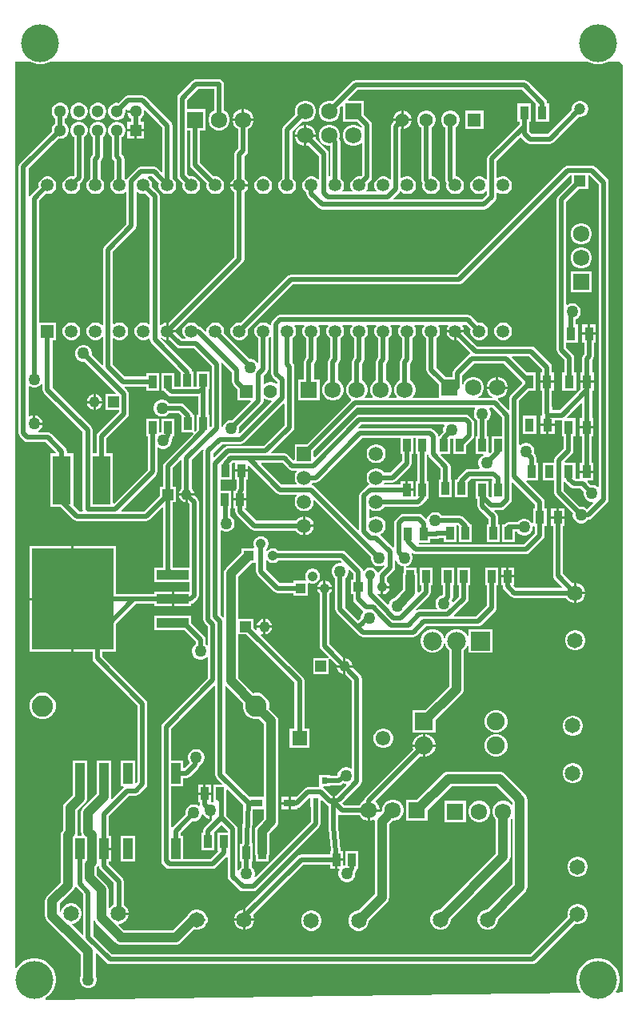
<source format=gbr>
G04*
G04 #@! TF.GenerationSoftware,Altium Limited,Altium Designer,24.4.1 (13)*
G04*
G04 Layer_Physical_Order=1*
G04 Layer_Color=255*
%FSLAX25Y25*%
%MOIN*%
G70*
G04*
G04 #@! TF.SameCoordinates,39C6BCEE-BF29-4FBA-B2CC-8500FC1695F3*
G04*
G04*
G04 #@! TF.FilePolarity,Positive*
G04*
G01*
G75*
%ADD17R,0.03937X0.08661*%
%ADD20R,0.33858X0.42126*%
%ADD21R,0.13386X0.03937*%
%ADD33C,0.06102*%
%ADD34R,0.06102X0.06102*%
%ADD35C,0.07835*%
%ADD36R,0.07835X0.07835*%
%ADD41R,0.05118X0.05118*%
%ADD42C,0.05118*%
%ADD44R,0.05315X0.05315*%
%ADD45C,0.05315*%
%ADD49R,0.04724X0.04724*%
%ADD50C,0.04724*%
%ADD52R,0.03740X0.05512*%
%ADD53R,0.03347X0.05315*%
%ADD54R,0.07480X0.20079*%
%ADD55R,0.04528X0.03150*%
%ADD56R,0.02362X0.02953*%
%ADD57C,0.04000*%
%ADD58C,0.02000*%
%ADD59C,0.06496*%
%ADD60R,0.04134X0.04134*%
%ADD61C,0.04134*%
%ADD62C,0.05000*%
%ADD63C,0.06791*%
%ADD64R,0.06791X0.06791*%
%ADD65C,0.04528*%
%ADD66R,0.04528X0.04528*%
%ADD67C,0.08858*%
%ADD68C,0.07500*%
%ADD69R,0.07500X0.07500*%
%ADD70R,0.05906X0.05906*%
%ADD71C,0.05906*%
%ADD72R,0.06791X0.06791*%
%ADD73R,0.05610X0.05610*%
%ADD74C,0.05610*%
%ADD75R,0.05610X0.05610*%
%ADD76C,0.15748*%
G36*
X512800Y495800D02*
Y109700D01*
X510141Y109667D01*
X509903Y110106D01*
X510364Y110797D01*
X511033Y112412D01*
X511374Y114126D01*
Y115874D01*
X511033Y117588D01*
X510364Y119203D01*
X509393Y120657D01*
X508157Y121893D01*
X506703Y122864D01*
X505089Y123533D01*
X503374Y123874D01*
X501626D01*
X499911Y123533D01*
X498297Y122864D01*
X496843Y121893D01*
X495607Y120657D01*
X494636Y119203D01*
X493967Y117588D01*
X493626Y115874D01*
Y114126D01*
X493967Y112412D01*
X494636Y110797D01*
X495223Y109918D01*
X494990Y109476D01*
X272117Y106674D01*
X272048Y106765D01*
X272161Y107441D01*
X273157Y108107D01*
X274393Y109343D01*
X275364Y110797D01*
X276033Y112412D01*
X276374Y114126D01*
Y115874D01*
X276033Y117588D01*
X275364Y119203D01*
X274393Y120657D01*
X273157Y121893D01*
X271703Y122864D01*
X270089Y123533D01*
X268374Y123874D01*
X266626D01*
X264912Y123533D01*
X263297Y122864D01*
X261843Y121893D01*
X260607Y120657D01*
X260015Y119771D01*
X259515Y119923D01*
Y128114D01*
Y497200D01*
X265701D01*
X265797Y497136D01*
X267411Y496467D01*
X269126Y496126D01*
X270874D01*
X272588Y496467D01*
X274203Y497136D01*
X274299Y497200D01*
X498201D01*
X498297Y497136D01*
X499911Y496467D01*
X501626Y496126D01*
X503374D01*
X505089Y496467D01*
X506703Y497136D01*
X506799Y497200D01*
X511400D01*
X512800Y495800D01*
D02*
G37*
%LPC*%
G36*
X312500Y483139D02*
X306474D01*
X305694Y482984D01*
X305032Y482542D01*
X302505Y480015D01*
X302343Y480059D01*
X301405D01*
X300500Y479816D01*
X299689Y479348D01*
X299026Y478685D01*
X298557Y477874D01*
X298315Y476969D01*
Y476031D01*
X298557Y475126D01*
X299026Y474315D01*
X299689Y473652D01*
X300500Y473183D01*
X301405Y472941D01*
X302343D01*
X303248Y473183D01*
X304059Y473652D01*
X304722Y474315D01*
X305190Y475126D01*
X305433Y476031D01*
Y476969D01*
X305389Y477132D01*
X305834Y477576D01*
X306282Y477317D01*
X306197Y477000D01*
X309748D01*
Y476000D01*
X306197D01*
X306432Y475126D01*
X306900Y474315D01*
X307563Y473652D01*
X307709Y473568D01*
Y472185D01*
X306189D01*
Y469126D01*
X309748D01*
X313307D01*
Y472185D01*
X311787D01*
Y473568D01*
X311933Y473652D01*
X312596Y474315D01*
X313065Y475126D01*
X313307Y476031D01*
Y476702D01*
X313807Y476909D01*
X320961Y469755D01*
Y451326D01*
X320499Y451135D01*
X318792Y452842D01*
X318130Y453284D01*
X317350Y453439D01*
X311900D01*
X311120Y453284D01*
X310458Y452842D01*
X306558Y448942D01*
X306209Y448420D01*
X305742Y448303D01*
X305612Y448310D01*
X305246Y448677D01*
X305039Y448796D01*
Y456600D01*
X304884Y457380D01*
X304442Y458042D01*
X304442Y458042D01*
X303913Y458571D01*
Y465694D01*
X304059Y465778D01*
X304722Y466441D01*
X305190Y467252D01*
X305433Y468157D01*
Y469095D01*
X305190Y470000D01*
X304722Y470811D01*
X304059Y471474D01*
X303248Y471943D01*
X302343Y472185D01*
X301405D01*
X300500Y471943D01*
X299689Y471474D01*
X299026Y470811D01*
X298557Y470000D01*
X298315Y469095D01*
Y468157D01*
X298557Y467252D01*
X299026Y466441D01*
X299689Y465778D01*
X299835Y465694D01*
Y457726D01*
X299990Y456946D01*
X300432Y456284D01*
X300961Y455755D01*
Y448796D01*
X300754Y448677D01*
X300073Y447996D01*
X299592Y447162D01*
X299342Y446232D01*
Y445268D01*
X299592Y444338D01*
X300073Y443504D01*
X300754Y442823D01*
X301588Y442342D01*
X302519Y442093D01*
X303482D01*
X304412Y442342D01*
X305246Y442823D01*
X305461Y443038D01*
X305961Y442831D01*
Y429545D01*
X296858Y420442D01*
X296416Y419780D01*
X296261Y419000D01*
Y387619D01*
X295761Y387412D01*
X295246Y387927D01*
X294412Y388408D01*
X293481Y388657D01*
X292518D01*
X291588Y388408D01*
X290754Y387927D01*
X290073Y387246D01*
X289592Y386412D01*
X289342Y385482D01*
Y384519D01*
X289592Y383588D01*
X290073Y382754D01*
X290754Y382073D01*
X291588Y381592D01*
X292518Y381343D01*
X293481D01*
X294412Y381592D01*
X295246Y382073D01*
X295761Y382588D01*
X296261Y382381D01*
Y370976D01*
X295799Y370785D01*
X291467Y375117D01*
X291500Y375239D01*
Y376161D01*
X291262Y377051D01*
X290801Y377849D01*
X290149Y378501D01*
X289351Y378961D01*
X288461Y379200D01*
X287539D01*
X286649Y378961D01*
X285851Y378501D01*
X285199Y377849D01*
X284738Y377051D01*
X284500Y376161D01*
Y375239D01*
X284738Y374349D01*
X285199Y373551D01*
X285851Y372899D01*
X286649Y372439D01*
X287539Y372200D01*
X288461D01*
X288583Y372233D01*
X301590Y359226D01*
X301399Y358764D01*
X297236D01*
Y352236D01*
X302761D01*
Y351445D01*
X294093Y342777D01*
X293651Y342116D01*
X293496Y341335D01*
Y334039D01*
X291739D01*
Y343900D01*
X291739Y343900D01*
X291584Y344680D01*
X291142Y345342D01*
X275039Y361445D01*
Y381343D01*
X276658D01*
Y388657D01*
X269539D01*
Y439405D01*
X272288Y442154D01*
X272518Y442093D01*
X273481D01*
X274412Y442342D01*
X275246Y442823D01*
X275927Y443504D01*
X276408Y444338D01*
X276658Y445268D01*
Y446232D01*
X276408Y447162D01*
X275927Y447996D01*
X275246Y448677D01*
X274412Y449158D01*
X273481Y449407D01*
X272518D01*
X271588Y449158D01*
X270754Y448677D01*
X270073Y447996D01*
X269592Y447162D01*
X269342Y446232D01*
Y445268D01*
X269404Y445038D01*
X266058Y441692D01*
X265616Y441030D01*
X265539Y440644D01*
X265039Y440693D01*
Y452529D01*
X277620Y465111D01*
X277783Y465067D01*
X278721D01*
X279626Y465309D01*
X280437Y465778D01*
X281100Y466441D01*
X281569Y467252D01*
X281811Y468157D01*
Y469095D01*
X281569Y470000D01*
X281100Y470811D01*
X280437Y471474D01*
X280291Y471558D01*
Y473568D01*
X280437Y473652D01*
X281100Y474315D01*
X281569Y475126D01*
X281811Y476031D01*
Y476969D01*
X281569Y477874D01*
X281100Y478685D01*
X280437Y479348D01*
X279626Y479816D01*
X278721Y480059D01*
X277783D01*
X276878Y479816D01*
X276067Y479348D01*
X275404Y478685D01*
X274936Y477874D01*
X274693Y476969D01*
Y476031D01*
X274936Y475126D01*
X275404Y474315D01*
X276067Y473652D01*
X276213Y473568D01*
Y471558D01*
X276067Y471474D01*
X275404Y470811D01*
X274936Y470000D01*
X274693Y469095D01*
Y468157D01*
X274737Y467994D01*
X261558Y454816D01*
X261116Y454154D01*
X260961Y453374D01*
Y342500D01*
X261116Y341720D01*
X261558Y341058D01*
X263158Y339458D01*
X263820Y339016D01*
X264600Y338861D01*
X272255D01*
X276577Y334539D01*
X276370Y334039D01*
X274260D01*
Y311961D01*
X278375D01*
X283817Y306519D01*
X284478Y306077D01*
X285258Y305921D01*
X314087D01*
X314867Y306077D01*
X315528Y306519D01*
X320625Y311615D01*
X321087Y311424D01*
Y286469D01*
X317539D01*
Y280532D01*
X332061D01*
Y276468D01*
X325732D01*
Y273500D01*
Y270532D01*
X332925D01*
Y271526D01*
X333380Y271616D01*
X334042Y272058D01*
X335542Y273558D01*
X335984Y274220D01*
X336139Y275000D01*
Y313900D01*
X335984Y314680D01*
X335542Y315342D01*
X334384Y316500D01*
X331500D01*
Y313616D01*
X332061Y313055D01*
Y286469D01*
X325165D01*
Y313736D01*
X326390D01*
Y320264D01*
X325165D01*
Y328035D01*
X328499Y331369D01*
X328961Y331178D01*
Y319577D01*
X328388Y319004D01*
X327959Y318260D01*
X327755Y317500D01*
X334245D01*
X334041Y318260D01*
X333612Y319004D01*
X333039Y319577D01*
Y331293D01*
X337592Y335846D01*
X338053Y335600D01*
X337961Y335138D01*
Y264857D01*
X338116Y264077D01*
X338558Y263416D01*
X339961Y262013D01*
Y254262D01*
X339461Y254075D01*
X338965Y254570D01*
Y256531D01*
X338810Y257311D01*
X338368Y257973D01*
X332925Y263415D01*
Y266469D01*
X317539D01*
Y260531D01*
X330041D01*
X334887Y255686D01*
Y254734D01*
X334644Y254594D01*
X333992Y253942D01*
X333531Y253144D01*
X333293Y252254D01*
Y251332D01*
X333531Y250442D01*
X333992Y249644D01*
X334644Y248992D01*
X335442Y248531D01*
X336332Y248293D01*
X337254D01*
X338144Y248531D01*
X338942Y248992D01*
X339461Y249511D01*
X339961Y249323D01*
Y240645D01*
X321058Y221742D01*
X320616Y221080D01*
X320461Y220300D01*
Y164350D01*
X320616Y163570D01*
X321058Y162908D01*
X322308Y161658D01*
X322970Y161216D01*
X323750Y161061D01*
X341796D01*
X342576Y161216D01*
X343238Y161658D01*
X347661Y166081D01*
X348161Y165874D01*
Y157960D01*
X348316Y157179D01*
X348758Y156518D01*
X352968Y152308D01*
X353629Y151866D01*
X354410Y151711D01*
X354410Y151711D01*
X358710D01*
X359490Y151866D01*
X360152Y152308D01*
X386202Y178358D01*
X386644Y179020D01*
X386799Y179800D01*
Y186693D01*
X386941D01*
Y189550D01*
X387403Y189741D01*
X389417Y187727D01*
X390059Y187298D01*
Y186693D01*
X390201D01*
Y178360D01*
X390220Y178265D01*
X390210Y178168D01*
X391081Y168936D01*
X390827Y168658D01*
X390827D01*
Y167039D01*
X378685D01*
X377905Y166884D01*
X377243Y166442D01*
X355500Y144699D01*
Y140500D01*
X359248D01*
Y140559D01*
X358959Y141640D01*
X358684Y142115D01*
X379530Y162961D01*
X390827D01*
Y161343D01*
X393000D01*
Y165000D01*
X393500D01*
Y165500D01*
X396173D01*
Y168658D01*
X395203D01*
X394279Y178456D01*
Y183582D01*
X394779Y183850D01*
X395129Y183616D01*
X395909Y183461D01*
X403102D01*
X403483Y182801D01*
X404301Y181983D01*
X405303Y181404D01*
X406421Y181104D01*
X406500D01*
Y185500D01*
X407000D01*
Y186000D01*
X411396D01*
Y186079D01*
X411096Y187197D01*
X410517Y188199D01*
X409699Y189017D01*
X409664Y189280D01*
X428396Y208012D01*
X429375Y207750D01*
X429500D01*
Y212000D01*
X425250D01*
Y211875D01*
X425512Y210896D01*
X405558Y190942D01*
X405116Y190280D01*
X404961Y189500D01*
Y189398D01*
X404301Y189017D01*
X403483Y188199D01*
X403102Y187539D01*
X396754D01*
X396171Y188122D01*
X395923Y188558D01*
X403442Y196077D01*
X403884Y196738D01*
X404039Y197519D01*
Y240343D01*
X403884Y241123D01*
X403442Y241785D01*
X400226Y245000D01*
X397343D01*
Y242116D01*
X399961Y239498D01*
Y203153D01*
X399461Y202909D01*
X398851Y203261D01*
X397961Y203500D01*
X397039D01*
X396149Y203261D01*
X395351Y202801D01*
X394699Y202149D01*
X394238Y201351D01*
X394000Y200461D01*
Y200196D01*
X393674Y199870D01*
X390681D01*
Y200307D01*
X386319D01*
Y195354D01*
X385908Y195139D01*
X381600D01*
X380820Y194984D01*
X380158Y194542D01*
X376691Y191075D01*
X374390D01*
Y188500D01*
Y185925D01*
X377154D01*
Y186491D01*
X377780Y186616D01*
X378442Y187058D01*
X382079Y190695D01*
X382579Y190488D01*
Y186693D01*
X382721D01*
Y180645D01*
X359762Y157686D01*
X359314Y157945D01*
X359500Y158639D01*
Y159561D01*
X359261Y160451D01*
X358801Y161249D01*
X358149Y161901D01*
X358039Y161964D01*
Y164342D01*
X358673D01*
Y171658D01*
X358525D01*
X358177Y172017D01*
X358652Y185925D01*
X363174D01*
Y181957D01*
X360356Y179140D01*
X359875Y178513D01*
X359573Y177783D01*
X359470Y177000D01*
Y168000D01*
X359573Y167217D01*
X359823Y166614D01*
Y164342D01*
X365169D01*
Y166614D01*
X365419Y167217D01*
X365522Y168000D01*
Y175747D01*
X368340Y178564D01*
X368821Y179191D01*
X369123Y179921D01*
X369226Y180704D01*
X369226Y180704D01*
Y222776D01*
X369123Y223560D01*
X368821Y224289D01*
X368340Y224916D01*
X365314Y227942D01*
X365406Y228285D01*
Y229715D01*
X365036Y231096D01*
X364321Y232334D01*
X363310Y233344D01*
X362072Y234059D01*
X360691Y234429D01*
X359262D01*
X358918Y234337D01*
X352626Y240630D01*
Y258736D01*
X355880D01*
X375980Y238636D01*
Y219551D01*
X373968D01*
Y211449D01*
X382071D01*
Y219551D01*
X380059D01*
Y239480D01*
X379904Y240261D01*
X379462Y240922D01*
X361850Y258534D01*
X362114Y258959D01*
X362874Y258755D01*
Y261500D01*
X360129D01*
X360333Y260740D01*
X359908Y260476D01*
X358764Y261620D01*
Y265264D01*
X352626D01*
Y282847D01*
X358212Y288433D01*
X359961D01*
Y285000D01*
X360116Y284220D01*
X360558Y283558D01*
X367558Y276558D01*
X367558Y276558D01*
X368220Y276116D01*
X369000Y275961D01*
X375433D01*
Y274933D01*
X381567D01*
Y279997D01*
X382067Y280286D01*
X382316Y280142D01*
X383096Y279933D01*
X383904D01*
X384684Y280142D01*
X385383Y280546D01*
X385954Y281117D01*
X386358Y281816D01*
X386567Y282596D01*
Y283404D01*
X386358Y284184D01*
X385954Y284883D01*
X385383Y285454D01*
X384684Y285858D01*
X383904Y286067D01*
X383096D01*
X382316Y285858D01*
X381617Y285454D01*
X381046Y284883D01*
X380642Y284184D01*
X380433Y283404D01*
Y282596D01*
X380642Y281816D01*
X380786Y281567D01*
X380497Y281067D01*
X375433D01*
Y280039D01*
X369845D01*
X364039Y285845D01*
Y289494D01*
X364539Y289628D01*
X364546Y289617D01*
X365117Y289046D01*
X365816Y288642D01*
X366596Y288433D01*
X367404D01*
X368184Y288642D01*
X368883Y289046D01*
X369298Y289461D01*
X395155D01*
X395649Y288967D01*
X395512Y288626D01*
X395409Y288500D01*
X394539D01*
X393649Y288262D01*
X392851Y287801D01*
X392199Y287149D01*
X391739Y286351D01*
X391500Y285461D01*
Y284539D01*
X391739Y283649D01*
X392199Y282851D01*
X392851Y282199D01*
X392961Y282136D01*
Y269168D01*
X393116Y268388D01*
X393558Y267726D01*
X401058Y260226D01*
X403066Y258218D01*
X403728Y257776D01*
X404508Y257621D01*
X425434D01*
X426214Y257776D01*
X426875Y258218D01*
X430718Y262061D01*
X452352D01*
X453132Y262216D01*
X453794Y262658D01*
X459694Y268558D01*
X460136Y269220D01*
X460291Y270000D01*
Y279343D01*
X460925D01*
Y286658D01*
X455579D01*
Y279343D01*
X456213D01*
Y270845D01*
X451507Y266139D01*
X442580D01*
X442389Y266601D01*
X447942Y272154D01*
X448384Y272816D01*
X448539Y273596D01*
Y279343D01*
X449169D01*
Y286658D01*
X443823D01*
Y279343D01*
X444461D01*
Y274441D01*
X442190Y272170D01*
X441664Y272351D01*
X441509Y272930D01*
X441884Y273491D01*
X442039Y274272D01*
Y279343D01*
X442673D01*
Y286658D01*
X437327D01*
Y279343D01*
X437961D01*
Y275180D01*
X437759D01*
X436869Y274941D01*
X436071Y274481D01*
X435419Y273829D01*
X434959Y273031D01*
X434720Y272141D01*
Y271219D01*
X434959Y270329D01*
X435357Y269639D01*
X435171Y269139D01*
X427824D01*
X427824Y269139D01*
X427043Y268984D01*
X426995Y268952D01*
X426676Y269340D01*
X432190Y274854D01*
X432632Y275515D01*
X432787Y276295D01*
Y279343D01*
X433421D01*
Y286658D01*
X428075D01*
Y279343D01*
X428709D01*
Y277140D01*
X427778Y276209D01*
X427278Y276416D01*
Y283000D01*
X427175Y283783D01*
X426925Y284386D01*
Y286658D01*
X422441D01*
X422375Y287158D01*
X423051Y287338D01*
X423849Y287799D01*
X424501Y288451D01*
X424962Y289249D01*
X425200Y290139D01*
Y291061D01*
X424962Y291951D01*
X424865Y292118D01*
X425080Y292746D01*
X425110Y292758D01*
X425772Y292316D01*
X426552Y292161D01*
X472460D01*
X473240Y292316D01*
X473902Y292758D01*
X479702Y298558D01*
X480144Y299220D01*
X480299Y300000D01*
Y303744D01*
X481130D01*
Y311256D01*
X480299D01*
Y313740D01*
X480144Y314521D01*
X479702Y315182D01*
X472602Y322282D01*
X472793Y322744D01*
X477630D01*
Y330256D01*
X476799D01*
Y332256D01*
X476644Y333036D01*
X476202Y333698D01*
X475865Y334035D01*
X476000Y334539D01*
Y335461D01*
X475762Y336351D01*
X475301Y337149D01*
X474649Y337801D01*
X473851Y338262D01*
X472961Y338500D01*
X472039D01*
X471149Y338262D01*
X470351Y337801D01*
X470139Y337589D01*
X469639Y337796D01*
Y356096D01*
X473788Y360244D01*
X476630D01*
Y367756D01*
X472888D01*
X466545Y374099D01*
X466736Y374561D01*
X473755D01*
X479201Y369115D01*
Y367756D01*
X478370D01*
Y364500D01*
X481240D01*
X484110D01*
Y367756D01*
X483279D01*
Y369960D01*
X483124Y370740D01*
X482682Y371402D01*
X476042Y378042D01*
X475380Y378484D01*
X474600Y378639D01*
X452245D01*
X446596Y384288D01*
X446653Y384500D01*
X443500D01*
Y381347D01*
X443712Y381404D01*
X449171Y375945D01*
X449043Y375366D01*
X448558Y375042D01*
X442358Y368842D01*
X441916Y368180D01*
X441761Y367400D01*
Y365896D01*
X438988D01*
X435039Y369845D01*
Y381954D01*
X435246Y382073D01*
X435927Y382754D01*
X436408Y383588D01*
X436657Y384519D01*
Y385482D01*
X436408Y386412D01*
X435976Y387161D01*
X436145Y387661D01*
X439855D01*
X440024Y387161D01*
X439592Y386412D01*
X439348Y385500D01*
X443000D01*
X446653D01*
X446408Y386412D01*
X445976Y387161D01*
X446145Y387661D01*
X447455D01*
X449404Y385712D01*
X449342Y385482D01*
Y384519D01*
X449592Y383588D01*
X450073Y382754D01*
X450754Y382073D01*
X451588Y381592D01*
X452519Y381343D01*
X453481D01*
X454412Y381592D01*
X455246Y382073D01*
X455927Y382754D01*
X456408Y383588D01*
X456658Y384519D01*
Y385482D01*
X456408Y386412D01*
X455927Y387246D01*
X455246Y387927D01*
X454412Y388408D01*
X453481Y388657D01*
X452519D01*
X452288Y388596D01*
X449742Y391142D01*
X449080Y391584D01*
X448300Y391739D01*
X370000D01*
X369220Y391584D01*
X368558Y391142D01*
X366858Y389442D01*
X366416Y388780D01*
X366261Y388000D01*
Y387619D01*
X365761Y387412D01*
X365246Y387927D01*
X364412Y388408D01*
X363481Y388657D01*
X362519D01*
X361588Y388408D01*
X360754Y387927D01*
X360073Y387246D01*
X359592Y386412D01*
X359343Y385482D01*
Y384519D01*
X359592Y383588D01*
X360073Y382754D01*
X360754Y382073D01*
X360961Y381954D01*
Y372006D01*
X360461Y371872D01*
X360301Y372149D01*
X359649Y372801D01*
X358851Y373261D01*
X357961Y373500D01*
X357134D01*
X346543Y384091D01*
X346657Y384519D01*
Y385482D01*
X346408Y386412D01*
X345927Y387246D01*
X345246Y387927D01*
X344412Y388408D01*
X343481Y388657D01*
X342518D01*
X341588Y388408D01*
X340754Y387927D01*
X340073Y387246D01*
X339592Y386412D01*
X339342Y385482D01*
Y385048D01*
X338843Y384841D01*
X337242Y386442D01*
X336580Y386884D01*
X336078Y386984D01*
X335927Y387246D01*
X335246Y387927D01*
X334412Y388408D01*
X333482Y388657D01*
X332519D01*
X331588Y388408D01*
X330754Y387927D01*
X330073Y387246D01*
X329592Y386412D01*
X329343Y385482D01*
Y384519D01*
X329592Y383588D01*
X330073Y382754D01*
X330488Y382339D01*
X330281Y381839D01*
X329045D01*
X326596Y384288D01*
X326653Y384500D01*
X323500D01*
Y381347D01*
X323712Y381404D01*
X326758Y378358D01*
X327420Y377916D01*
X328200Y377761D01*
X334155D01*
X341461Y370455D01*
Y345483D01*
X341131Y345153D01*
X340669Y345344D01*
Y350157D01*
X340035D01*
Y360842D01*
X340421D01*
Y368158D01*
X335075D01*
Y361839D01*
X333925D01*
Y368158D01*
X333249D01*
X333136Y368728D01*
X332694Y369390D01*
X320096Y381988D01*
X320102Y382018D01*
X320645Y382183D01*
X320754Y382073D01*
X321588Y381592D01*
X322500Y381347D01*
Y385000D01*
Y388652D01*
X321588Y388408D01*
X320754Y387927D01*
X320239Y387412D01*
X319739Y387619D01*
Y441050D01*
X319584Y441830D01*
X319142Y442492D01*
X316596Y445038D01*
X316657Y445268D01*
Y446232D01*
X316408Y447162D01*
X315927Y447996D01*
X315246Y448677D01*
X314927Y448861D01*
X315061Y449361D01*
X316505D01*
X319404Y446462D01*
X319342Y446232D01*
Y445268D01*
X319592Y444338D01*
X320073Y443504D01*
X320754Y442823D01*
X321588Y442342D01*
X322518Y442093D01*
X323481D01*
X324412Y442342D01*
X325246Y442823D01*
X325927Y443504D01*
X326408Y444338D01*
X326658Y445268D01*
Y446232D01*
X326408Y447162D01*
X325927Y447996D01*
X325246Y448677D01*
X325039Y448796D01*
Y470600D01*
X324884Y471380D01*
X324442Y472042D01*
X313942Y482542D01*
X313280Y482984D01*
X312500Y483139D01*
D02*
G37*
G36*
X421501Y476805D02*
X421500D01*
Y473500D01*
X424805D01*
Y473501D01*
X424546Y474469D01*
X424045Y475336D01*
X423336Y476045D01*
X422469Y476546D01*
X421501Y476805D01*
D02*
G37*
G36*
X355079Y477396D02*
X355000D01*
Y473500D01*
X358896D01*
Y473579D01*
X358596Y474697D01*
X358017Y475699D01*
X357199Y476517D01*
X356197Y477096D01*
X355079Y477396D01*
D02*
G37*
G36*
X354000D02*
X353921D01*
X352803Y477096D01*
X351801Y476517D01*
X350983Y475699D01*
X350404Y474697D01*
X350104Y473579D01*
Y473500D01*
X354000D01*
Y477396D01*
D02*
G37*
G36*
X420500Y476805D02*
X420499D01*
X419531Y476546D01*
X418664Y476045D01*
X417955Y475336D01*
X417454Y474469D01*
X417195Y473501D01*
Y473500D01*
X420500D01*
Y476805D01*
D02*
G37*
G36*
X294469Y480059D02*
X293531D01*
X292626Y479816D01*
X291815Y479348D01*
X291152Y478685D01*
X290684Y477874D01*
X290441Y476969D01*
Y476031D01*
X290684Y475126D01*
X291152Y474315D01*
X291815Y473652D01*
X292626Y473183D01*
X293531Y472941D01*
X294469D01*
X295374Y473183D01*
X296185Y473652D01*
X296848Y474315D01*
X297317Y475126D01*
X297559Y476031D01*
Y476969D01*
X297317Y477874D01*
X296848Y478685D01*
X296185Y479348D01*
X295374Y479816D01*
X294469Y480059D01*
D02*
G37*
G36*
X286595D02*
X285657D01*
X284752Y479816D01*
X283941Y479348D01*
X283278Y478685D01*
X282809Y477874D01*
X282567Y476969D01*
Y476031D01*
X282809Y475126D01*
X283278Y474315D01*
X283941Y473652D01*
X284752Y473183D01*
X285657Y472941D01*
X286595D01*
X287500Y473183D01*
X288311Y473652D01*
X288974Y474315D01*
X289442Y475126D01*
X289685Y476031D01*
Y476969D01*
X289442Y477874D01*
X288974Y478685D01*
X288311Y479348D01*
X287500Y479816D01*
X286595Y480059D01*
D02*
G37*
G36*
X471840Y489439D02*
X401400D01*
X400620Y489284D01*
X399958Y488842D01*
X391815Y480698D01*
X391079Y480896D01*
X389921D01*
X388803Y480596D01*
X387801Y480017D01*
X386983Y479199D01*
X386404Y478197D01*
X386104Y477079D01*
Y475921D01*
X386404Y474803D01*
X386983Y473801D01*
X387801Y472983D01*
X388803Y472404D01*
X389921Y472104D01*
X391079D01*
X392197Y472404D01*
X393199Y472983D01*
X394017Y473801D01*
X394596Y474803D01*
X394896Y475921D01*
Y477079D01*
X394699Y477815D01*
X395642Y478759D01*
X396104Y478567D01*
Y472104D01*
X402012D01*
X404014Y470102D01*
X403982Y469941D01*
X403440Y469777D01*
X403199Y470017D01*
X402197Y470596D01*
X401079Y470896D01*
X399921D01*
X398803Y470596D01*
X397801Y470017D01*
X396983Y469199D01*
X396404Y468197D01*
X396104Y467079D01*
Y465921D01*
X396404Y464803D01*
X396983Y463801D01*
X397801Y462983D01*
X398803Y462404D01*
X399921Y462104D01*
X401079D01*
X402197Y462404D01*
X403199Y462983D01*
X403761Y463544D01*
X404261Y463337D01*
Y449895D01*
X403712Y449346D01*
X403481Y449407D01*
X402519D01*
X401588Y449158D01*
X400754Y448677D01*
X400073Y447996D01*
X399592Y447162D01*
X399342Y446232D01*
Y445268D01*
X399592Y444338D01*
X400053Y443539D01*
X399984Y443277D01*
X399885Y443039D01*
X396115D01*
X396016Y443277D01*
X395947Y443539D01*
X396408Y444338D01*
X396657Y445268D01*
Y446232D01*
X396408Y447162D01*
X395927Y447996D01*
X395246Y448677D01*
X395039Y448796D01*
Y464000D01*
X394884Y464780D01*
X394674Y465094D01*
X394896Y465921D01*
Y467079D01*
X394596Y468197D01*
X394017Y469199D01*
X393199Y470017D01*
X392197Y470596D01*
X391079Y470896D01*
X389921D01*
X388803Y470596D01*
X387801Y470017D01*
X386983Y469199D01*
X386404Y468197D01*
X386104Y467079D01*
Y465921D01*
X386404Y464803D01*
X386983Y463801D01*
X387801Y462983D01*
X388803Y462404D01*
X389921Y462104D01*
X390961D01*
Y449212D01*
X390839Y449125D01*
X390339Y449382D01*
Y458700D01*
X390339Y458700D01*
X390184Y459480D01*
X389742Y460142D01*
X384699Y465185D01*
X384896Y465921D01*
Y466000D01*
X381000D01*
Y462104D01*
X381079D01*
X381815Y462301D01*
X386261Y457855D01*
Y448369D01*
X385761Y448162D01*
X385246Y448677D01*
X384412Y449158D01*
X383482Y449407D01*
X382519D01*
X381588Y449158D01*
X380754Y448677D01*
X380073Y447996D01*
X379592Y447162D01*
X379343Y446232D01*
Y445268D01*
X379592Y444338D01*
X380073Y443504D01*
X380754Y442823D01*
X380961Y442704D01*
Y442200D01*
X381116Y441420D01*
X381558Y440758D01*
X386058Y436258D01*
X386720Y435816D01*
X387500Y435661D01*
X455000D01*
X455780Y435816D01*
X456442Y436258D01*
X459742Y439558D01*
X459742Y439558D01*
X460184Y440220D01*
X460339Y441000D01*
Y442605D01*
X460839Y442774D01*
X461588Y442342D01*
X462519Y442093D01*
X463482D01*
X464412Y442342D01*
X465246Y442823D01*
X465927Y443504D01*
X466408Y444338D01*
X466657Y445268D01*
Y446232D01*
X466408Y447162D01*
X465927Y447996D01*
X465246Y448677D01*
X464412Y449158D01*
X463482Y449407D01*
X462519D01*
X461588Y449158D01*
X460839Y448726D01*
X460339Y448895D01*
Y455896D01*
X470324Y465880D01*
X472646Y463558D01*
X472646Y463558D01*
X473308Y463116D01*
X474088Y462961D01*
X482488D01*
X483269Y463116D01*
X483930Y463558D01*
X494529Y474157D01*
X494557Y474150D01*
X495443D01*
X496298Y474379D01*
X497064Y474821D01*
X497690Y475447D01*
X498133Y476214D01*
X498362Y477069D01*
Y477954D01*
X498133Y478810D01*
X497690Y479576D01*
X497064Y480202D01*
X496298Y480645D01*
X495443Y480874D01*
X494557D01*
X493702Y480645D01*
X492936Y480202D01*
X492310Y479576D01*
X491867Y478810D01*
X491638Y477954D01*
Y477069D01*
X491645Y477041D01*
X481643Y467039D01*
X474933D01*
X473799Y468173D01*
Y472244D01*
X474630D01*
Y479756D01*
X468890D01*
Y472244D01*
X469721D01*
Y471045D01*
X456858Y458182D01*
X456416Y457521D01*
X456261Y456740D01*
Y448369D01*
X455761Y448162D01*
X455246Y448677D01*
X454412Y449158D01*
X453481Y449407D01*
X452519D01*
X451588Y449158D01*
X450754Y448677D01*
X450073Y447996D01*
X449592Y447162D01*
X449342Y446232D01*
Y445268D01*
X449592Y444338D01*
X450073Y443504D01*
X450754Y442823D01*
X451588Y442342D01*
X452519Y442093D01*
X453481D01*
X454412Y442342D01*
X455246Y442823D01*
X455761Y443338D01*
X456261Y443131D01*
Y441845D01*
X454155Y439739D01*
X417276D01*
X417085Y440201D01*
X419742Y442858D01*
X419742Y442858D01*
X419850Y443020D01*
X420452Y443125D01*
X420754Y442823D01*
X421588Y442342D01*
X422518Y442093D01*
X423482D01*
X424412Y442342D01*
X425246Y442823D01*
X425927Y443504D01*
X426408Y444338D01*
X426657Y445268D01*
Y446232D01*
X426408Y447162D01*
X425927Y447996D01*
X425246Y448677D01*
X424412Y449158D01*
X423482Y449407D01*
X422518D01*
X421588Y449158D01*
X420839Y448726D01*
X420339Y448895D01*
Y469072D01*
X420499Y469195D01*
X420500D01*
Y472500D01*
X417195D01*
Y472499D01*
X417284Y472168D01*
X416858Y471742D01*
X416416Y471080D01*
X416261Y470300D01*
Y448369D01*
X415761Y448162D01*
X415246Y448677D01*
X414412Y449158D01*
X413482Y449407D01*
X412519D01*
X411588Y449158D01*
X410754Y448677D01*
X410073Y447996D01*
X409592Y447162D01*
X409342Y446232D01*
Y445268D01*
X409592Y444338D01*
X410053Y443539D01*
X409984Y443277D01*
X409885Y443039D01*
X406115D01*
X406016Y443277D01*
X405947Y443539D01*
X406408Y444338D01*
X406658Y445268D01*
Y446232D01*
X406596Y446462D01*
X407742Y447608D01*
X407742Y447608D01*
X408184Y448270D01*
X408339Y449050D01*
Y470700D01*
X408184Y471480D01*
X407742Y472142D01*
X404896Y474988D01*
Y480896D01*
X398433D01*
X398241Y481358D01*
X402245Y485361D01*
X470996D01*
X476174Y480182D01*
X476370Y479756D01*
X476370D01*
X476370Y479756D01*
Y472244D01*
X482110D01*
Y479756D01*
X481279D01*
Y480000D01*
X481124Y480780D01*
X480682Y481442D01*
X473282Y488842D01*
X472621Y489284D01*
X471840Y489439D01*
D02*
G37*
G36*
X381079Y480896D02*
X379921D01*
X378803Y480596D01*
X377801Y480017D01*
X376983Y479199D01*
X376404Y478197D01*
X376104Y477079D01*
Y475921D01*
X376302Y475185D01*
X371558Y470442D01*
X371116Y469780D01*
X370961Y469000D01*
Y448796D01*
X370754Y448677D01*
X370073Y447996D01*
X369592Y447162D01*
X369342Y446232D01*
Y445268D01*
X369592Y444338D01*
X370073Y443504D01*
X370754Y442823D01*
X371588Y442342D01*
X372518Y442093D01*
X373481D01*
X374412Y442342D01*
X375246Y442823D01*
X375927Y443504D01*
X376408Y444338D01*
X376658Y445268D01*
Y446232D01*
X376408Y447162D01*
X375927Y447996D01*
X375246Y448677D01*
X375039Y448796D01*
Y468155D01*
X379185Y472301D01*
X379921Y472104D01*
X381079D01*
X382197Y472404D01*
X383199Y472983D01*
X384017Y473801D01*
X384596Y474803D01*
X384896Y475921D01*
Y477079D01*
X384596Y478197D01*
X384017Y479199D01*
X383199Y480017D01*
X382197Y480596D01*
X381079Y480896D01*
D02*
G37*
G36*
X454805Y476805D02*
X447195D01*
Y469195D01*
X454805D01*
Y476805D01*
D02*
G37*
G36*
X424805Y472500D02*
X421500D01*
Y469195D01*
X421501D01*
X422469Y469454D01*
X423336Y469955D01*
X424045Y470664D01*
X424546Y471531D01*
X424805Y472499D01*
Y472500D01*
D02*
G37*
G36*
X344300Y489939D02*
X335000D01*
X334220Y489784D01*
X333558Y489342D01*
X327658Y483442D01*
X327216Y482780D01*
X327061Y482000D01*
Y449650D01*
X327216Y448870D01*
X327658Y448208D01*
X329404Y446462D01*
X329343Y446232D01*
Y445268D01*
X329592Y444338D01*
X330073Y443504D01*
X330754Y442823D01*
X331588Y442342D01*
X332519Y442093D01*
X333482D01*
X334412Y442342D01*
X335246Y442823D01*
X335927Y443504D01*
X336408Y444338D01*
X336658Y445268D01*
Y446232D01*
X336408Y447162D01*
X335927Y447996D01*
X335246Y448677D01*
X334412Y449158D01*
X333482Y449407D01*
X332519D01*
X332288Y449346D01*
X331139Y450495D01*
Y468604D01*
X332461D01*
Y454250D01*
X332616Y453470D01*
X333058Y452808D01*
X339404Y446462D01*
X339342Y446232D01*
Y445268D01*
X339592Y444338D01*
X340073Y443504D01*
X340754Y442823D01*
X341588Y442342D01*
X342518Y442093D01*
X343481D01*
X344412Y442342D01*
X345246Y442823D01*
X345927Y443504D01*
X346408Y444338D01*
X346657Y445268D01*
Y446232D01*
X346408Y447162D01*
X345927Y447996D01*
X345246Y448677D01*
X344412Y449158D01*
X343481Y449407D01*
X342518D01*
X342288Y449346D01*
X336539Y455095D01*
Y468604D01*
X338896D01*
Y477396D01*
X331139D01*
Y481155D01*
X335845Y485861D01*
X342461D01*
Y476898D01*
X341801Y476517D01*
X340983Y475699D01*
X340404Y474697D01*
X340104Y473579D01*
Y472421D01*
X340404Y471303D01*
X340983Y470301D01*
X341801Y469483D01*
X342803Y468904D01*
X343921Y468604D01*
X345079D01*
X346197Y468904D01*
X347199Y469483D01*
X348017Y470301D01*
X348596Y471303D01*
X348896Y472421D01*
Y473579D01*
X348596Y474697D01*
X348017Y475699D01*
X347199Y476517D01*
X346539Y476898D01*
Y487700D01*
X346384Y488480D01*
X345942Y489142D01*
X345742Y489342D01*
X345080Y489784D01*
X344300Y489939D01*
D02*
G37*
G36*
X381079Y470896D02*
X381000D01*
Y467000D01*
X384896D01*
Y467079D01*
X384596Y468197D01*
X384017Y469199D01*
X383199Y470017D01*
X382197Y470596D01*
X381079Y470896D01*
D02*
G37*
G36*
X380000D02*
X379921D01*
X378803Y470596D01*
X377801Y470017D01*
X376983Y469199D01*
X376404Y468197D01*
X376104Y467079D01*
Y467000D01*
X380000D01*
Y470896D01*
D02*
G37*
G36*
X313307Y468126D02*
X310248D01*
Y465067D01*
X313307D01*
Y468126D01*
D02*
G37*
G36*
X309248D02*
X306189D01*
Y465067D01*
X309248D01*
Y468126D01*
D02*
G37*
G36*
X380000Y466000D02*
X376104D01*
Y465921D01*
X376404Y464803D01*
X376983Y463801D01*
X377801Y462983D01*
X378803Y462404D01*
X379921Y462104D01*
X380000D01*
Y466000D01*
D02*
G37*
G36*
X286595Y472185D02*
X285657D01*
X284752Y471943D01*
X283941Y471474D01*
X283278Y470811D01*
X282809Y470000D01*
X282567Y469095D01*
Y468157D01*
X282809Y467252D01*
X283278Y466441D01*
X283941Y465778D01*
X284087Y465694D01*
Y449721D01*
X283712Y449346D01*
X283482Y449407D01*
X282519D01*
X281588Y449158D01*
X280754Y448677D01*
X280073Y447996D01*
X279592Y447162D01*
X279343Y446232D01*
Y445268D01*
X279592Y444338D01*
X280073Y443504D01*
X280754Y442823D01*
X281588Y442342D01*
X282519Y442093D01*
X283482D01*
X284412Y442342D01*
X285246Y442823D01*
X285927Y443504D01*
X286408Y444338D01*
X286658Y445268D01*
Y446232D01*
X286596Y446462D01*
X287568Y447434D01*
X288010Y448096D01*
X288165Y448876D01*
Y465694D01*
X288311Y465778D01*
X288974Y466441D01*
X289442Y467252D01*
X289685Y468157D01*
Y469095D01*
X289442Y470000D01*
X288974Y470811D01*
X288311Y471474D01*
X287500Y471943D01*
X286595Y472185D01*
D02*
G37*
G36*
X358896Y472500D02*
X350104D01*
Y472421D01*
X350404Y471303D01*
X350983Y470301D01*
X351801Y469483D01*
X352461Y469102D01*
Y460945D01*
X351558Y460042D01*
X351116Y459380D01*
X350961Y458600D01*
Y448796D01*
X350754Y448677D01*
X350073Y447996D01*
X349592Y447162D01*
X349347Y446250D01*
X353000D01*
X356652D01*
X356408Y447162D01*
X355927Y447996D01*
X355246Y448677D01*
X355039Y448796D01*
Y457755D01*
X355942Y458658D01*
X356384Y459320D01*
X356539Y460100D01*
Y469102D01*
X357199Y469483D01*
X358017Y470301D01*
X358596Y471303D01*
X358896Y472421D01*
Y472500D01*
D02*
G37*
G36*
X441501Y476805D02*
X440499D01*
X439531Y476546D01*
X438664Y476045D01*
X437955Y475336D01*
X437454Y474469D01*
X437195Y473501D01*
Y472499D01*
X437454Y471531D01*
X437955Y470664D01*
X438664Y469955D01*
X438961Y469784D01*
Y447750D01*
X439116Y446970D01*
X439419Y446516D01*
X439342Y446232D01*
Y445268D01*
X439592Y444338D01*
X440073Y443504D01*
X440754Y442823D01*
X441588Y442342D01*
X442519Y442093D01*
X443481D01*
X444412Y442342D01*
X445246Y442823D01*
X445927Y443504D01*
X446408Y444338D01*
X446658Y445268D01*
Y446232D01*
X446408Y447162D01*
X445927Y447996D01*
X445246Y448677D01*
X444412Y449158D01*
X443481Y449407D01*
X443039D01*
Y469784D01*
X443336Y469955D01*
X444045Y470664D01*
X444546Y471531D01*
X444805Y472499D01*
Y473501D01*
X444546Y474469D01*
X444045Y475336D01*
X443336Y476045D01*
X442469Y476546D01*
X441501Y476805D01*
D02*
G37*
G36*
X431501D02*
X430499D01*
X429531Y476546D01*
X428664Y476045D01*
X427955Y475336D01*
X427454Y474469D01*
X427195Y473501D01*
Y472499D01*
X427454Y471531D01*
X427955Y470664D01*
X428664Y469955D01*
X428961Y469784D01*
Y447750D01*
X429116Y446970D01*
X429419Y446516D01*
X429343Y446232D01*
Y445268D01*
X429592Y444338D01*
X430073Y443504D01*
X430754Y442823D01*
X431588Y442342D01*
X432518Y442093D01*
X433482D01*
X434412Y442342D01*
X435246Y442823D01*
X435927Y443504D01*
X436408Y444338D01*
X436657Y445268D01*
Y446232D01*
X436408Y447162D01*
X435927Y447996D01*
X435246Y448677D01*
X434412Y449158D01*
X433482Y449407D01*
X433039D01*
Y469784D01*
X433336Y469955D01*
X434045Y470664D01*
X434546Y471531D01*
X434805Y472499D01*
Y473501D01*
X434546Y474469D01*
X434045Y475336D01*
X433336Y476045D01*
X432469Y476546D01*
X431501Y476805D01*
D02*
G37*
G36*
X363481Y449407D02*
X362519D01*
X361588Y449158D01*
X360754Y448677D01*
X360073Y447996D01*
X359592Y447162D01*
X359343Y446232D01*
Y445268D01*
X359592Y444338D01*
X360073Y443504D01*
X360754Y442823D01*
X361588Y442342D01*
X362519Y442093D01*
X363481D01*
X364412Y442342D01*
X365246Y442823D01*
X365927Y443504D01*
X366408Y444338D01*
X366657Y445268D01*
Y446232D01*
X366408Y447162D01*
X365927Y447996D01*
X365246Y448677D01*
X364412Y449158D01*
X363481Y449407D01*
D02*
G37*
G36*
X294469Y472185D02*
X293531D01*
X292626Y471943D01*
X291815Y471474D01*
X291152Y470811D01*
X290684Y470000D01*
X290441Y469095D01*
Y468157D01*
X290684Y467252D01*
X291152Y466441D01*
X291815Y465778D01*
X291961Y465694D01*
Y458445D01*
X291558Y458042D01*
X291116Y457380D01*
X290961Y456600D01*
Y448796D01*
X290754Y448677D01*
X290073Y447996D01*
X289592Y447162D01*
X289342Y446232D01*
Y445268D01*
X289592Y444338D01*
X290073Y443504D01*
X290754Y442823D01*
X291588Y442342D01*
X292518Y442093D01*
X293481D01*
X294412Y442342D01*
X295246Y442823D01*
X295927Y443504D01*
X296408Y444338D01*
X296657Y445268D01*
Y446232D01*
X296408Y447162D01*
X295927Y447996D01*
X295246Y448677D01*
X295039Y448796D01*
Y455755D01*
X295442Y456158D01*
X295884Y456820D01*
X296039Y457600D01*
Y465694D01*
X296185Y465778D01*
X296848Y466441D01*
X297317Y467252D01*
X297559Y468157D01*
Y469095D01*
X297317Y470000D01*
X296848Y470811D01*
X296185Y471474D01*
X295374Y471943D01*
X294469Y472185D01*
D02*
G37*
G36*
X496079Y429896D02*
X494921D01*
X493803Y429596D01*
X492801Y429017D01*
X491983Y428199D01*
X491404Y427197D01*
X491104Y426079D01*
Y424921D01*
X491404Y423803D01*
X491983Y422801D01*
X492801Y421983D01*
X493803Y421404D01*
X494921Y421104D01*
X496079D01*
X497197Y421404D01*
X498199Y421983D01*
X499017Y422801D01*
X499596Y423803D01*
X499896Y424921D01*
Y426079D01*
X499596Y427197D01*
X499017Y428199D01*
X498199Y429017D01*
X497197Y429596D01*
X496079Y429896D01*
D02*
G37*
G36*
Y419896D02*
X494921D01*
X493803Y419596D01*
X492801Y419017D01*
X491983Y418199D01*
X491404Y417197D01*
X491104Y416079D01*
Y414921D01*
X491404Y413803D01*
X491983Y412801D01*
X492801Y411983D01*
X493803Y411404D01*
X494921Y411104D01*
X496079D01*
X497197Y411404D01*
X498199Y411983D01*
X499017Y412801D01*
X499596Y413803D01*
X499896Y414921D01*
Y416079D01*
X499596Y417197D01*
X499017Y418199D01*
X498199Y419017D01*
X497197Y419596D01*
X496079Y419896D01*
D02*
G37*
G36*
X499896Y409896D02*
X491104D01*
Y401104D01*
X499896D01*
Y409896D01*
D02*
G37*
G36*
X356652Y445250D02*
X353000D01*
X349347D01*
X349592Y444338D01*
X350073Y443504D01*
X350754Y442823D01*
X350961Y442704D01*
Y415845D01*
X323712Y388596D01*
X323500Y388652D01*
Y385500D01*
X326653D01*
X326596Y385712D01*
X354442Y413558D01*
X354884Y414220D01*
X355039Y415000D01*
X355039Y415000D01*
Y442704D01*
X355246Y442823D01*
X355927Y443504D01*
X356408Y444338D01*
X356652Y445250D01*
D02*
G37*
G36*
X501610Y387756D02*
X499240D01*
Y384500D01*
X501610D01*
Y387756D01*
D02*
G37*
G36*
X498240D02*
X495870D01*
Y384500D01*
X498240D01*
Y387756D01*
D02*
G37*
G36*
X442500Y384500D02*
X439348D01*
X439592Y383588D01*
X440073Y382754D01*
X440754Y382073D01*
X441588Y381592D01*
X442500Y381347D01*
Y384500D01*
D02*
G37*
G36*
X463482Y388657D02*
X462519D01*
X461588Y388408D01*
X460754Y387927D01*
X460073Y387246D01*
X459592Y386412D01*
X459342Y385482D01*
Y384519D01*
X459592Y383588D01*
X460073Y382754D01*
X460754Y382073D01*
X461588Y381592D01*
X462519Y381343D01*
X463482D01*
X464412Y381592D01*
X465246Y382073D01*
X465927Y382754D01*
X466408Y383588D01*
X466657Y384519D01*
Y385482D01*
X466408Y386412D01*
X465927Y387246D01*
X465246Y387927D01*
X464412Y388408D01*
X463482Y388657D01*
D02*
G37*
G36*
X283482D02*
X282519D01*
X281588Y388408D01*
X280754Y387927D01*
X280073Y387246D01*
X279592Y386412D01*
X279343Y385482D01*
Y384519D01*
X279592Y383588D01*
X280073Y382754D01*
X280754Y382073D01*
X281588Y381592D01*
X282519Y381343D01*
X283482D01*
X284412Y381592D01*
X285246Y382073D01*
X285927Y382754D01*
X286408Y383588D01*
X286658Y384519D01*
Y385482D01*
X286408Y386412D01*
X285927Y387246D01*
X285246Y387927D01*
X284412Y388408D01*
X283482Y388657D01*
D02*
G37*
G36*
X501610Y383500D02*
X498740D01*
X495870D01*
Y380244D01*
X496701D01*
Y375204D01*
X496538Y375042D01*
X496096Y374380D01*
X495941Y373600D01*
Y367756D01*
X495110D01*
Y364500D01*
X497980D01*
X500850D01*
Y367756D01*
X500020D01*
Y372755D01*
X500182Y372918D01*
X500624Y373579D01*
X500779Y374360D01*
Y380244D01*
X501610D01*
Y383500D01*
D02*
G37*
G36*
X293126Y358745D02*
Y356000D01*
X295871D01*
X295667Y356760D01*
X295238Y357504D01*
X294630Y358112D01*
X293886Y358541D01*
X293126Y358745D01*
D02*
G37*
G36*
X292126D02*
X291366Y358541D01*
X290622Y358112D01*
X290014Y357504D01*
X289585Y356760D01*
X289381Y356000D01*
X292126D01*
Y358745D01*
D02*
G37*
G36*
X295871Y355000D02*
X293126D01*
Y352255D01*
X293886Y352459D01*
X294630Y352888D01*
X295238Y353496D01*
X295667Y354240D01*
X295871Y355000D01*
D02*
G37*
G36*
X292126D02*
X289381D01*
X289585Y354240D01*
X290014Y353496D01*
X290622Y352888D01*
X291366Y352459D01*
X292126Y352255D01*
Y355000D01*
D02*
G37*
G36*
X500000Y453939D02*
X490000D01*
X489220Y453784D01*
X488558Y453342D01*
X443655Y408439D01*
X374400D01*
X373620Y408284D01*
X372958Y407842D01*
X353712Y388596D01*
X353482Y388657D01*
X352519D01*
X351588Y388408D01*
X350754Y387927D01*
X350073Y387246D01*
X349592Y386412D01*
X349342Y385482D01*
Y384519D01*
X349592Y383588D01*
X350073Y382754D01*
X350754Y382073D01*
X351588Y381592D01*
X352519Y381343D01*
X353482D01*
X354412Y381592D01*
X355246Y382073D01*
X355927Y382754D01*
X356408Y383588D01*
X356658Y384519D01*
Y385482D01*
X356596Y385712D01*
X375245Y404361D01*
X444500D01*
X445280Y404516D01*
X445942Y404958D01*
X490845Y449861D01*
X491638D01*
Y447010D01*
X485858Y441230D01*
X485416Y440569D01*
X485261Y439788D01*
Y377200D01*
X485416Y376420D01*
X485858Y375758D01*
X488461Y373155D01*
Y367756D01*
X487630D01*
Y360244D01*
X493370D01*
Y367756D01*
X492539D01*
Y374000D01*
X492384Y374780D01*
X491942Y375442D01*
X489339Y378045D01*
Y380244D01*
X494130D01*
Y387756D01*
X493299D01*
Y389924D01*
X493949Y390299D01*
X494601Y390951D01*
X495061Y391749D01*
X495300Y392639D01*
Y393561D01*
X495061Y394451D01*
X494601Y395249D01*
X493949Y395901D01*
X493151Y396361D01*
X492261Y396600D01*
X491339D01*
X490449Y396361D01*
X489839Y396009D01*
X489339Y396253D01*
Y438943D01*
X494522Y444126D01*
X498362D01*
Y449861D01*
X499155D01*
X502876Y446140D01*
Y320280D01*
X502376Y320073D01*
X502149Y320301D01*
X501351Y320761D01*
X500461Y321000D01*
X499539D01*
X499417Y320967D01*
X498102Y322282D01*
X498293Y322744D01*
X500610D01*
Y326000D01*
X497740D01*
X494870D01*
Y323439D01*
X493345D01*
X493130Y323654D01*
Y330256D01*
X488847D01*
X488640Y330756D01*
X491702Y333818D01*
X492144Y334479D01*
X492299Y335260D01*
Y341244D01*
X493130D01*
Y348756D01*
X489743D01*
X489552Y349218D01*
X495479Y355145D01*
X495941Y354954D01*
Y348756D01*
X494870D01*
Y345500D01*
X497740D01*
X500610D01*
Y348756D01*
X500020D01*
Y360244D01*
X500850D01*
Y363500D01*
X497980D01*
X495110D01*
Y360544D01*
X486605Y352039D01*
X483364D01*
X483279Y355307D01*
Y360244D01*
X484110D01*
Y363500D01*
X481240D01*
X478370D01*
Y360244D01*
X479201D01*
Y355280D01*
X479206Y355254D01*
X479202Y355228D01*
X479334Y350114D01*
X478985Y349756D01*
X478610D01*
Y346500D01*
X481480D01*
X484350D01*
Y347961D01*
X487390D01*
Y341244D01*
X488221D01*
Y336104D01*
X484838Y332722D01*
X484396Y332060D01*
X484241Y331280D01*
Y330256D01*
X479370D01*
Y322744D01*
X484241D01*
Y317720D01*
X484396Y316940D01*
X484838Y316278D01*
X492033Y309083D01*
X492000Y308961D01*
Y308039D01*
X492239Y307149D01*
X492699Y306351D01*
X493351Y305699D01*
X494149Y305239D01*
X495039Y305000D01*
X495961D01*
X496851Y305239D01*
X497649Y305699D01*
X498301Y306351D01*
X498364Y306461D01*
X498416D01*
X499196Y306616D01*
X499858Y307058D01*
X506357Y313558D01*
X506800Y314220D01*
X506955Y315000D01*
Y446984D01*
X506800Y447765D01*
X506357Y448426D01*
X501442Y453342D01*
X500780Y453784D01*
X500000Y453939D01*
D02*
G37*
G36*
X484350Y345500D02*
X481980D01*
Y342244D01*
X484350D01*
Y345500D01*
D02*
G37*
G36*
X480980D02*
X478610D01*
Y342244D01*
X480980D01*
Y345500D01*
D02*
G37*
G36*
X476870Y349756D02*
X471130D01*
Y342244D01*
X476870D01*
Y349756D01*
D02*
G37*
G36*
X500610Y344500D02*
X497740D01*
X494870D01*
Y341244D01*
X495701D01*
Y330256D01*
X494870D01*
Y327000D01*
X497740D01*
X500610D01*
Y330256D01*
X499779D01*
Y341244D01*
X500610D01*
Y344500D01*
D02*
G37*
G36*
X330500Y316500D02*
X327755D01*
X327959Y315740D01*
X328388Y314996D01*
X328996Y314388D01*
X329740Y313959D01*
X330500Y313755D01*
Y316500D01*
D02*
G37*
G36*
X488610Y311256D02*
X486240D01*
Y308000D01*
X488610D01*
Y311256D01*
D02*
G37*
G36*
X485240D02*
X482870D01*
Y308000D01*
X485240D01*
Y311256D01*
D02*
G37*
G36*
X467421Y286658D02*
X465248D01*
Y283500D01*
X467421D01*
Y286658D01*
D02*
G37*
G36*
X464248D02*
X462075D01*
Y283500D01*
X464248D01*
Y286658D01*
D02*
G37*
G36*
X389000Y281041D02*
Y278500D01*
X391541D01*
X391358Y279184D01*
X390954Y279883D01*
X390383Y280454D01*
X389684Y280858D01*
X389000Y281041D01*
D02*
G37*
G36*
X388000D02*
X387316Y280858D01*
X386617Y280454D01*
X386046Y279883D01*
X385642Y279184D01*
X385459Y278500D01*
X388000D01*
Y281041D01*
D02*
G37*
G36*
X488610Y307000D02*
X485740D01*
X482870D01*
Y303744D01*
X483701D01*
Y283260D01*
X483856Y282479D01*
X484298Y281818D01*
X487615Y278501D01*
X487424Y278039D01*
X468345D01*
X467310Y279074D01*
X467421Y279343D01*
X467421D01*
Y282500D01*
X464748D01*
X462075D01*
Y279343D01*
X462709D01*
Y278752D01*
X462864Y277972D01*
X463306Y277310D01*
X466058Y274558D01*
X466058Y274558D01*
X466720Y274116D01*
X467500Y273961D01*
X467500Y273961D01*
X489272D01*
X489601Y273392D01*
X490392Y272601D01*
X491360Y272042D01*
X492441Y271752D01*
X492500D01*
Y276000D01*
Y280248D01*
X492441D01*
X491806Y280078D01*
X487779Y284104D01*
Y303744D01*
X488610D01*
Y307000D01*
D02*
G37*
G36*
X493559Y280248D02*
X493500D01*
Y276500D01*
X497248D01*
Y276559D01*
X496958Y277640D01*
X496399Y278608D01*
X495608Y279399D01*
X494640Y279959D01*
X493559Y280248D01*
D02*
G37*
G36*
X283000Y295563D02*
X265571D01*
Y274000D01*
X283000D01*
Y295563D01*
D02*
G37*
G36*
X497248Y275500D02*
X493500D01*
Y271752D01*
X493559D01*
X494640Y272042D01*
X495608Y272601D01*
X496399Y273392D01*
X496958Y274360D01*
X497248Y275441D01*
Y275500D01*
D02*
G37*
G36*
X301429Y295563D02*
X284000D01*
Y273500D01*
Y251437D01*
X291681D01*
Y248780D01*
X291836Y248000D01*
X292278Y247338D01*
X310461Y229155D01*
Y197303D01*
X309930Y196772D01*
X309469Y196964D01*
Y206331D01*
X303532D01*
Y195669D01*
X304663D01*
X304814Y195169D01*
X304727Y195111D01*
X299926Y190310D01*
X299791Y190337D01*
X299453Y190544D01*
X299526Y191100D01*
X299526Y191100D01*
Y201000D01*
X299468Y201436D01*
Y206331D01*
X293531D01*
Y201436D01*
X293474Y201000D01*
Y192353D01*
X287860Y186740D01*
X287380Y186113D01*
X287077Y185383D01*
X286974Y184600D01*
Y176546D01*
X287077Y175763D01*
X287255Y175335D01*
X287157Y175096D01*
X286924Y174835D01*
X285696D01*
X285513Y175108D01*
X285432Y175335D01*
X285526Y176046D01*
Y185416D01*
X288640Y188530D01*
X288640Y188530D01*
X289121Y189156D01*
X289423Y189886D01*
X289526Y190669D01*
Y201000D01*
X289469Y201436D01*
Y206331D01*
X283531D01*
Y201436D01*
X283474Y201000D01*
Y191923D01*
X280360Y188809D01*
X279879Y188182D01*
X279577Y187452D01*
X279474Y186669D01*
Y177299D01*
X279392Y177217D01*
X278911Y176590D01*
X278609Y175861D01*
X278506Y175077D01*
Y155564D01*
X272860Y149919D01*
X272379Y149293D01*
X272077Y148563D01*
X271974Y147780D01*
Y141479D01*
X272077Y140696D01*
X272379Y139966D01*
X272860Y139339D01*
X278087Y134112D01*
X278087Y134112D01*
X278714Y133632D01*
X278781Y133604D01*
X279259Y133125D01*
X279886Y132645D01*
X279943Y132621D01*
X286974Y125590D01*
Y116759D01*
X286738Y116351D01*
X286500Y115461D01*
Y114539D01*
X286738Y113649D01*
X287199Y112851D01*
X287851Y112199D01*
X288649Y111739D01*
X289539Y111500D01*
X290461D01*
X291351Y111739D01*
X292149Y112199D01*
X292801Y112851D01*
X293262Y113649D01*
X293500Y114539D01*
Y115461D01*
X293262Y116351D01*
X293026Y116759D01*
Y125937D01*
X293488Y126128D01*
X297658Y121958D01*
X298320Y121516D01*
X299100Y121361D01*
X475085D01*
X475865Y121516D01*
X476527Y121958D01*
X492806Y138237D01*
X493441Y138067D01*
X494559D01*
X495640Y138356D01*
X496608Y138916D01*
X497399Y139707D01*
X497959Y140675D01*
X498248Y141756D01*
Y142874D01*
X497959Y143955D01*
X497399Y144923D01*
X496608Y145714D01*
X495640Y146274D01*
X494559Y146563D01*
X493441D01*
X492360Y146274D01*
X491392Y145714D01*
X490601Y144923D01*
X490041Y143955D01*
X489752Y142874D01*
Y141756D01*
X489922Y141121D01*
X474240Y125439D01*
X299945D01*
X292039Y133345D01*
Y139668D01*
X292539Y139767D01*
X292779Y139187D01*
X293260Y138560D01*
X301260Y130560D01*
X301887Y130079D01*
X301894Y130077D01*
X302151Y129879D01*
X302881Y129577D01*
X303664Y129474D01*
X326380D01*
X327164Y129577D01*
X327893Y129879D01*
X328520Y130360D01*
X334090Y135930D01*
X334756Y135752D01*
X335874D01*
X336955Y136041D01*
X337923Y136601D01*
X338714Y137392D01*
X339274Y138360D01*
X339373Y138732D01*
X339699Y139220D01*
X339854Y140000D01*
X339699Y140780D01*
X339373Y141268D01*
X339274Y141640D01*
X338714Y142608D01*
X337923Y143399D01*
X336955Y143958D01*
X335874Y144248D01*
X334756D01*
X333675Y143958D01*
X332707Y143399D01*
X331916Y142608D01*
X331514Y141913D01*
X325127Y135526D01*
X304853D01*
X302589Y137790D01*
X302781Y138252D01*
X303059D01*
X304140Y138541D01*
X305108Y139101D01*
X305899Y139892D01*
X306458Y140860D01*
X306748Y141941D01*
Y142000D01*
X302500D01*
Y143000D01*
X306748D01*
Y143059D01*
X306458Y144140D01*
X305899Y145108D01*
X305108Y145899D01*
X304724Y146121D01*
Y155988D01*
X304569Y156769D01*
X304127Y157430D01*
X298539Y163018D01*
Y164173D01*
X299468D01*
Y169004D01*
X296500D01*
Y170004D01*
X299468D01*
Y174835D01*
X298539D01*
Y183155D01*
X307014Y191630D01*
X309711D01*
X310491Y191785D01*
X311153Y192227D01*
X313942Y195016D01*
X314384Y195678D01*
X314539Y196458D01*
Y230000D01*
X314384Y230780D01*
X313942Y231442D01*
X295759Y249625D01*
Y251437D01*
X301429D01*
Y263045D01*
X309845Y271461D01*
X317539D01*
Y270532D01*
X324732D01*
Y273500D01*
Y276468D01*
X317539D01*
Y275539D01*
X309000D01*
X309000Y275539D01*
X309000Y275539D01*
X301429D01*
Y295563D01*
D02*
G37*
G36*
X363874Y265245D02*
Y262500D01*
X366619D01*
X366415Y263260D01*
X365986Y264004D01*
X365378Y264612D01*
X364634Y265041D01*
X363874Y265245D01*
D02*
G37*
G36*
X362874D02*
X362114Y265041D01*
X361370Y264612D01*
X360762Y264004D01*
X360333Y263260D01*
X360129Y262500D01*
X362874D01*
Y265245D01*
D02*
G37*
G36*
X366619Y261500D02*
X363874D01*
Y258755D01*
X364634Y258959D01*
X365378Y259388D01*
X365986Y259996D01*
X366415Y260740D01*
X366619Y261500D01*
D02*
G37*
G36*
X458417Y260917D02*
X448583D01*
Y257962D01*
X448083Y257896D01*
X448082Y257898D01*
X447435Y259019D01*
X446519Y259935D01*
X445398Y260582D01*
X444147Y260917D01*
X442853D01*
X441602Y260582D01*
X440481Y259935D01*
X439565Y259019D01*
X438918Y257898D01*
X438759Y257305D01*
X438241D01*
X438082Y257898D01*
X437435Y259019D01*
X436519Y259935D01*
X435398Y260582D01*
X434147Y260917D01*
X432853D01*
X431602Y260582D01*
X430481Y259935D01*
X429565Y259019D01*
X428918Y257898D01*
X428583Y256647D01*
Y255353D01*
X428918Y254102D01*
X429565Y252981D01*
X430481Y252065D01*
X431602Y251418D01*
X432853Y251083D01*
X434147D01*
X435398Y251418D01*
X436519Y252065D01*
X437435Y252981D01*
X438082Y254102D01*
X438241Y254695D01*
X438759D01*
X438918Y254102D01*
X439565Y252981D01*
X440474Y252072D01*
Y237253D01*
X430471Y227250D01*
X425250D01*
Y217750D01*
X434750D01*
Y222971D01*
X445640Y233860D01*
X446121Y234487D01*
X446423Y235217D01*
X446526Y236000D01*
Y252072D01*
X447435Y252981D01*
X448082Y254102D01*
X448083Y254104D01*
X448583Y254038D01*
Y251083D01*
X458417D01*
Y260917D01*
D02*
G37*
G36*
X493559Y260563D02*
X492441D01*
X491360Y260274D01*
X490392Y259714D01*
X489601Y258923D01*
X489042Y257955D01*
X488752Y256874D01*
Y255756D01*
X489042Y254675D01*
X489601Y253707D01*
X490392Y252916D01*
X491360Y252357D01*
X492441Y252067D01*
X493559D01*
X494640Y252357D01*
X495608Y252916D01*
X496399Y253707D01*
X496958Y254675D01*
X497248Y255756D01*
Y256874D01*
X496958Y257955D01*
X496399Y258923D01*
X495608Y259714D01*
X494640Y260274D01*
X493559Y260563D01*
D02*
G37*
G36*
X283000Y273000D02*
X265571D01*
Y251437D01*
X283000D01*
Y273000D01*
D02*
G37*
G36*
X391541Y277500D02*
X388500D01*
X385459D01*
X385642Y276816D01*
X386046Y276117D01*
X386461Y275702D01*
Y253843D01*
X386616Y253062D01*
X387058Y252401D01*
X390195Y249264D01*
X389988Y248764D01*
X389886Y248764D01*
X389886Y248764D01*
X389878Y248764D01*
X383736D01*
Y242236D01*
X390264D01*
X390264Y248378D01*
Y248386D01*
Y248386D01*
X390264Y248488D01*
X390437Y248560D01*
X390764Y248695D01*
X393459Y246000D01*
X396343D01*
Y248884D01*
X390539Y254687D01*
Y275702D01*
X390954Y276117D01*
X391358Y276816D01*
X391541Y277500D01*
D02*
G37*
G36*
X397343Y248745D02*
Y246000D01*
X400087D01*
X399884Y246760D01*
X399454Y247504D01*
X398847Y248112D01*
X398102Y248541D01*
X397343Y248745D01*
D02*
G37*
G36*
X396343Y245000D02*
X393598D01*
X393801Y244240D01*
X394231Y243496D01*
X394839Y242888D01*
X395583Y242459D01*
X396343Y242255D01*
Y245000D01*
D02*
G37*
G36*
X271715Y234429D02*
X270285D01*
X268904Y234059D01*
X267666Y233344D01*
X266656Y232334D01*
X265941Y231096D01*
X265571Y229715D01*
Y228285D01*
X265941Y226904D01*
X266656Y225666D01*
X267666Y224656D01*
X268904Y223941D01*
X270285Y223571D01*
X271715D01*
X273096Y223941D01*
X274334Y224656D01*
X275344Y225666D01*
X276059Y226904D01*
X276429Y228285D01*
Y229715D01*
X276059Y231096D01*
X275344Y232334D01*
X274334Y233344D01*
X273096Y234059D01*
X271715Y234429D01*
D02*
G37*
G36*
X460625Y227250D02*
X459375D01*
X458167Y226926D01*
X457083Y226301D01*
X456199Y225417D01*
X455574Y224333D01*
X455250Y223125D01*
Y221875D01*
X455574Y220667D01*
X456199Y219583D01*
X457083Y218699D01*
X458167Y218074D01*
X459375Y217750D01*
X460625D01*
X461833Y218074D01*
X462917Y218699D01*
X463801Y219583D01*
X464426Y220667D01*
X464750Y221875D01*
Y223125D01*
X464426Y224333D01*
X463801Y225417D01*
X462917Y226301D01*
X461833Y226926D01*
X460625Y227250D01*
D02*
G37*
G36*
X492559Y224933D02*
X491441D01*
X490360Y224643D01*
X489392Y224084D01*
X488601Y223293D01*
X488041Y222325D01*
X487752Y221244D01*
Y220126D01*
X488041Y219045D01*
X488601Y218077D01*
X489392Y217286D01*
X490360Y216726D01*
X491441Y216437D01*
X492559D01*
X493640Y216726D01*
X494608Y217286D01*
X495399Y218077D01*
X495959Y219045D01*
X496248Y220126D01*
Y221244D01*
X495959Y222325D01*
X495399Y223293D01*
X494608Y224084D01*
X493640Y224643D01*
X492559Y224933D01*
D02*
G37*
G36*
X430625Y217250D02*
X430500D01*
Y213000D01*
X434750D01*
Y213125D01*
X434426Y214333D01*
X433801Y215417D01*
X432917Y216301D01*
X431833Y216926D01*
X430625Y217250D01*
D02*
G37*
G36*
X429500D02*
X429375D01*
X428167Y216926D01*
X427083Y216301D01*
X426199Y215417D01*
X425574Y214333D01*
X425250Y213125D01*
Y213000D01*
X429500D01*
Y217250D01*
D02*
G37*
G36*
X413514Y219551D02*
X412447D01*
X411417Y219275D01*
X410493Y218742D01*
X409739Y217987D01*
X409205Y217064D01*
X408929Y216033D01*
Y214967D01*
X409205Y213936D01*
X409739Y213013D01*
X410493Y212258D01*
X411417Y211725D01*
X412447Y211449D01*
X413514D01*
X414544Y211725D01*
X415468Y212258D01*
X416222Y213013D01*
X416755Y213936D01*
X417032Y214967D01*
Y216033D01*
X416755Y217064D01*
X416222Y217987D01*
X415468Y218742D01*
X414544Y219275D01*
X413514Y219551D01*
D02*
G37*
G36*
X460625Y217250D02*
X459375D01*
X458167Y216926D01*
X457083Y216301D01*
X456199Y215417D01*
X455574Y214333D01*
X455250Y213125D01*
Y211875D01*
X455574Y210667D01*
X456199Y209583D01*
X457083Y208699D01*
X458167Y208074D01*
X459375Y207750D01*
X460625D01*
X461833Y208074D01*
X462917Y208699D01*
X463801Y209583D01*
X464426Y210667D01*
X464750Y211875D01*
Y213125D01*
X464426Y214333D01*
X463801Y215417D01*
X462917Y216301D01*
X461833Y216926D01*
X460625Y217250D01*
D02*
G37*
G36*
X434750Y212000D02*
X430500D01*
Y207750D01*
X430625D01*
X431833Y208074D01*
X432917Y208699D01*
X433801Y209583D01*
X434426Y210667D01*
X434750Y211875D01*
Y212000D01*
D02*
G37*
G36*
X492559Y205248D02*
X491441D01*
X490360Y204959D01*
X489392Y204399D01*
X488601Y203608D01*
X488041Y202640D01*
X487752Y201559D01*
Y200441D01*
X488041Y199360D01*
X488601Y198392D01*
X489392Y197601D01*
X490360Y197041D01*
X491441Y196752D01*
X492559D01*
X493640Y197041D01*
X494608Y197601D01*
X495399Y198392D01*
X495959Y199360D01*
X496248Y200441D01*
Y201559D01*
X495959Y202640D01*
X495399Y203608D01*
X494608Y204399D01*
X493640Y204959D01*
X492559Y205248D01*
D02*
G37*
G36*
X373390Y191075D02*
X370626D01*
Y189000D01*
X373390D01*
Y191075D01*
D02*
G37*
G36*
X440100Y201626D02*
X439317Y201523D01*
X438587Y201220D01*
X437960Y200740D01*
X427116Y189896D01*
X422604D01*
Y181104D01*
X431396D01*
Y185616D01*
X441353Y195574D01*
X460147D01*
X465965Y189756D01*
X465965Y189756D01*
X466974Y188747D01*
Y187821D01*
X466852Y187788D01*
X466474Y187742D01*
X465699Y188517D01*
X464697Y189096D01*
X463579Y189396D01*
X462421D01*
X461303Y189096D01*
X460301Y188517D01*
X459483Y187699D01*
X458904Y186697D01*
X458604Y185579D01*
Y184421D01*
X458904Y183303D01*
X459483Y182301D01*
X459974Y181809D01*
Y167438D01*
X436784Y144248D01*
X436256D01*
X435175Y143958D01*
X434207Y143399D01*
X433416Y142608D01*
X432857Y141640D01*
X432567Y140559D01*
Y139441D01*
X432857Y138360D01*
X433416Y137392D01*
X434207Y136601D01*
X435175Y136041D01*
X436256Y135752D01*
X437374D01*
X438455Y136041D01*
X439423Y136601D01*
X440214Y137392D01*
X440773Y138360D01*
X441063Y139441D01*
Y139969D01*
X465140Y164045D01*
X465621Y164672D01*
X465923Y165402D01*
X466026Y166185D01*
Y181809D01*
X466474Y182258D01*
X466852Y182211D01*
X466974Y182179D01*
Y154753D01*
X456469Y144248D01*
X455941D01*
X454860Y143958D01*
X453892Y143399D01*
X453101Y142608D01*
X452541Y141640D01*
X452252Y140559D01*
Y139441D01*
X452541Y138360D01*
X453101Y137392D01*
X453892Y136601D01*
X454860Y136041D01*
X455941Y135752D01*
X457059D01*
X458140Y136041D01*
X459108Y136601D01*
X459899Y137392D01*
X460459Y138360D01*
X460748Y139441D01*
Y139969D01*
X472140Y151360D01*
X472620Y151987D01*
X472923Y152717D01*
X473026Y153500D01*
Y190000D01*
X472923Y190783D01*
X472620Y191513D01*
X472140Y192140D01*
X470244Y194035D01*
X470244Y194035D01*
X463540Y200740D01*
X462913Y201220D01*
X462183Y201523D01*
X461400Y201626D01*
X440100D01*
X440100Y201626D01*
D02*
G37*
G36*
X373390Y188000D02*
X370626D01*
Y185925D01*
X373390D01*
Y188000D01*
D02*
G37*
G36*
X417579Y189896D02*
X416421D01*
X415303Y189596D01*
X414301Y189017D01*
X413483Y188199D01*
X412904Y187197D01*
X412604Y186079D01*
Y185384D01*
X411805Y184585D01*
X411373Y184835D01*
X411396Y184921D01*
Y185000D01*
X407500D01*
Y181104D01*
X407579D01*
X408697Y181404D01*
X408956Y181553D01*
X409419Y181244D01*
X409374Y180900D01*
Y150468D01*
X402654Y143748D01*
X402126D01*
X401045Y143458D01*
X400077Y142899D01*
X399286Y142108D01*
X398727Y141140D01*
X398437Y140059D01*
Y138941D01*
X398727Y137860D01*
X399286Y136892D01*
X400077Y136101D01*
X401045Y135541D01*
X402126Y135252D01*
X403244D01*
X404325Y135541D01*
X405293Y136101D01*
X406084Y136892D01*
X406643Y137860D01*
X406933Y138941D01*
Y139469D01*
X414540Y147075D01*
X414540Y147075D01*
X415021Y147702D01*
X415323Y148432D01*
X415426Y149215D01*
Y179647D01*
X416884Y181104D01*
X417579D01*
X418697Y181404D01*
X419699Y181983D01*
X420517Y182801D01*
X421096Y183803D01*
X421396Y184921D01*
Y186079D01*
X421096Y187197D01*
X420517Y188199D01*
X419699Y189017D01*
X418697Y189596D01*
X417579Y189896D01*
D02*
G37*
G36*
X453579Y189396D02*
X452421D01*
X451303Y189096D01*
X450301Y188517D01*
X449483Y187699D01*
X448904Y186697D01*
X448604Y185579D01*
Y184421D01*
X448904Y183303D01*
X449483Y182301D01*
X450301Y181483D01*
X451303Y180904D01*
X452421Y180604D01*
X453579D01*
X454697Y180904D01*
X455699Y181483D01*
X456517Y182301D01*
X457096Y183303D01*
X457396Y184421D01*
Y185579D01*
X457096Y186697D01*
X456517Y187699D01*
X455699Y188517D01*
X454697Y189096D01*
X453579Y189396D01*
D02*
G37*
G36*
X447396D02*
X438604D01*
Y180604D01*
X447396D01*
Y189396D01*
D02*
G37*
G36*
X309469Y174835D02*
X303532D01*
Y164173D01*
X309469D01*
Y174835D01*
D02*
G37*
G36*
X402669Y168658D02*
X397323D01*
Y162583D01*
X396673Y162409D01*
X396173Y162697D01*
Y164500D01*
X394000D01*
Y161343D01*
X394522D01*
X394811Y160843D01*
X394584Y160451D01*
X394346Y159561D01*
Y158639D01*
X394584Y157749D01*
X395045Y156951D01*
X395697Y156299D01*
X396495Y155839D01*
X397385Y155600D01*
X398307D01*
X399197Y155839D01*
X399995Y156299D01*
X400647Y156951D01*
X401108Y157749D01*
X401346Y158639D01*
Y159561D01*
X401313Y159683D01*
X401438Y159808D01*
X401880Y160470D01*
X402035Y161250D01*
Y161343D01*
X402669D01*
Y168658D01*
D02*
G37*
G36*
X494559Y166248D02*
X493441D01*
X492360Y165958D01*
X491392Y165399D01*
X490601Y164608D01*
X490041Y163640D01*
X489752Y162559D01*
Y161441D01*
X490041Y160360D01*
X490601Y159392D01*
X491392Y158601D01*
X492360Y158042D01*
X493441Y157752D01*
X494559D01*
X495640Y158042D01*
X496608Y158601D01*
X497399Y159392D01*
X497959Y160360D01*
X498248Y161441D01*
Y162559D01*
X497959Y163640D01*
X497399Y164608D01*
X496608Y165399D01*
X495640Y165958D01*
X494559Y166248D01*
D02*
G37*
G36*
X354500Y144248D02*
X354441D01*
X353360Y143958D01*
X352392Y143399D01*
X351601Y142608D01*
X351042Y141640D01*
X350752Y140559D01*
Y140500D01*
X354500D01*
Y144248D01*
D02*
G37*
G36*
X359248Y139500D02*
X355500D01*
Y135752D01*
X355559D01*
X356640Y136041D01*
X357608Y136601D01*
X358399Y137392D01*
X358959Y138360D01*
X359248Y139441D01*
Y139500D01*
D02*
G37*
G36*
X354500D02*
X350752D01*
Y139441D01*
X351042Y138360D01*
X351601Y137392D01*
X352392Y136601D01*
X353360Y136041D01*
X354441Y135752D01*
X354500D01*
Y139500D01*
D02*
G37*
G36*
X383559Y143748D02*
X382441D01*
X381360Y143458D01*
X380392Y142899D01*
X379601Y142108D01*
X379042Y141140D01*
X378752Y140059D01*
Y138941D01*
X379042Y137860D01*
X379601Y136892D01*
X380392Y136101D01*
X381360Y135541D01*
X382441Y135252D01*
X383559D01*
X384640Y135541D01*
X385608Y136101D01*
X386399Y136892D01*
X386959Y137860D01*
X387248Y138941D01*
Y140059D01*
X386959Y141140D01*
X386399Y142108D01*
X385608Y142899D01*
X384640Y143458D01*
X383559Y143748D01*
D02*
G37*
%LPD*%
G36*
X310754Y442823D02*
X311588Y442342D01*
X312519Y442093D01*
X313481D01*
X313712Y442154D01*
X315661Y440205D01*
Y388145D01*
X315161Y387976D01*
X314412Y388408D01*
X313481Y388657D01*
X312519D01*
X311588Y388408D01*
X310754Y387927D01*
X310073Y387246D01*
X309592Y386412D01*
X309343Y385482D01*
Y384519D01*
X309592Y383588D01*
X310073Y382754D01*
X310754Y382073D01*
X311588Y381592D01*
X312519Y381343D01*
X313481D01*
X314412Y381592D01*
X315161Y382024D01*
X315661Y381855D01*
Y381500D01*
X315816Y380720D01*
X316258Y380058D01*
X328579Y367737D01*
Y361839D01*
X325921D01*
Y367657D01*
X320575D01*
Y360343D01*
X321449D01*
X321806Y359808D01*
X323256Y358358D01*
X323918Y357916D01*
X324698Y357761D01*
X335957D01*
Y350157D01*
X335323D01*
Y343961D01*
X334673Y343311D01*
X334173Y343518D01*
Y350157D01*
X333508D01*
X333384Y350780D01*
X332942Y351442D01*
X330042Y354342D01*
X329380Y354784D01*
X328600Y354939D01*
X323564D01*
X323501Y355049D01*
X322849Y355701D01*
X322051Y356161D01*
X321161Y356400D01*
X320239D01*
X319349Y356161D01*
X318551Y355701D01*
X317899Y355049D01*
X317439Y354251D01*
X317200Y353361D01*
Y352439D01*
X317439Y351549D01*
X317899Y350751D01*
X318551Y350099D01*
X319349Y349639D01*
X320239Y349400D01*
X321161D01*
X322051Y349639D01*
X322849Y350099D01*
X323501Y350751D01*
X323564Y350861D01*
X327755D01*
X328827Y349789D01*
Y342843D01*
X333498D01*
X333705Y342342D01*
X321684Y330322D01*
X321242Y329660D01*
X321087Y328880D01*
Y320264D01*
X319862D01*
Y316620D01*
X313242Y310000D01*
X303876D01*
X303685Y310462D01*
X318194Y324971D01*
X318636Y325632D01*
X318791Y326413D01*
Y336409D01*
X319291Y336618D01*
X319949Y336239D01*
X320839Y336000D01*
X321761D01*
X322651Y336239D01*
X323449Y336699D01*
X324101Y337351D01*
X324562Y338149D01*
X324800Y339039D01*
Y339961D01*
X324760Y340111D01*
X325132Y340668D01*
X325266Y341342D01*
X325921D01*
Y348657D01*
X320575D01*
Y342929D01*
X319949Y342761D01*
X319858Y342709D01*
X319425Y342959D01*
Y348657D01*
X314079D01*
Y341342D01*
X314713D01*
Y327257D01*
X300776Y313320D01*
X300276Y313527D01*
Y334039D01*
X297575D01*
Y340491D01*
X306242Y349158D01*
X306684Y349820D01*
X306839Y350600D01*
Y358900D01*
X306684Y359680D01*
X306242Y360342D01*
X305085Y361499D01*
X305276Y361961D01*
X314079D01*
Y360343D01*
X319425D01*
Y367657D01*
X314079D01*
Y366039D01*
X305345D01*
X300339Y371045D01*
Y381855D01*
X300839Y382024D01*
X301588Y381592D01*
X302519Y381343D01*
X303482D01*
X304412Y381592D01*
X305246Y382073D01*
X305927Y382754D01*
X306408Y383588D01*
X306658Y384519D01*
Y385482D01*
X306408Y386412D01*
X305927Y387246D01*
X305246Y387927D01*
X304412Y388408D01*
X303482Y388657D01*
X302519D01*
X301588Y388408D01*
X300839Y387976D01*
X300339Y388145D01*
Y418155D01*
X309442Y427258D01*
X309884Y427920D01*
X310039Y428700D01*
Y442831D01*
X310539Y443038D01*
X310754Y442823D01*
D02*
G37*
G36*
X366261Y382381D02*
Y367305D01*
X366416Y366525D01*
X366858Y365863D01*
X368766Y363955D01*
Y363244D01*
X368266Y363086D01*
X367469Y363546D01*
X366501Y363805D01*
X365499D01*
X364531Y363546D01*
X363664Y363045D01*
X363501Y362882D01*
X363039Y363074D01*
Y366291D01*
X364442Y367694D01*
X364884Y368356D01*
X365039Y369136D01*
Y381954D01*
X365246Y382073D01*
X365761Y382588D01*
X366261Y382381D01*
D02*
G37*
G36*
X270961Y362994D02*
Y360600D01*
X271116Y359820D01*
X271558Y359158D01*
X287661Y343055D01*
Y310961D01*
X287753Y310500D01*
X287381Y310000D01*
X286103D01*
X283740Y312363D01*
Y334039D01*
X281039D01*
Y335000D01*
X280884Y335780D01*
X280442Y336442D01*
X274542Y342342D01*
X273880Y342784D01*
X273100Y342939D01*
X269333D01*
X269198Y343439D01*
X269649Y343699D01*
X270301Y344351D01*
X270761Y345149D01*
X270989Y346000D01*
X267500D01*
Y346500D01*
X267000D01*
Y349990D01*
X266149Y349762D01*
X265539Y349409D01*
X265039Y349653D01*
Y361847D01*
X265539Y362091D01*
X266149Y361738D01*
X267039Y361500D01*
X267961D01*
X268851Y361738D01*
X269649Y362199D01*
X270301Y362851D01*
X270461Y363128D01*
X270961Y362994D01*
D02*
G37*
G36*
X430024Y387161D02*
X429592Y386412D01*
X429343Y385482D01*
Y384519D01*
X429592Y383588D01*
X430073Y382754D01*
X430754Y382073D01*
X430961Y381954D01*
Y369000D01*
X431116Y368220D01*
X431558Y367558D01*
X436104Y363012D01*
Y357143D01*
X425513D01*
X425322Y357605D01*
X425517Y357801D01*
X426096Y358803D01*
X426396Y359921D01*
Y361079D01*
X426096Y362197D01*
X425517Y363199D01*
X424699Y364017D01*
X424039Y364398D01*
Y371355D01*
X424442Y371758D01*
X424884Y372420D01*
X425039Y373200D01*
Y381954D01*
X425246Y382073D01*
X425927Y382754D01*
X426408Y383588D01*
X426657Y384519D01*
Y385482D01*
X426408Y386412D01*
X425976Y387161D01*
X426145Y387661D01*
X429855D01*
X430024Y387161D01*
D02*
G37*
G36*
X420024D02*
X419592Y386412D01*
X419343Y385482D01*
Y384519D01*
X419592Y383588D01*
X420073Y382754D01*
X420754Y382073D01*
X420961Y381954D01*
Y374045D01*
X420558Y373642D01*
X420116Y372980D01*
X419961Y372200D01*
Y364398D01*
X419301Y364017D01*
X418483Y363199D01*
X417904Y362197D01*
X417604Y361079D01*
Y359921D01*
X417904Y358803D01*
X418483Y357801D01*
X418678Y357605D01*
X418487Y357143D01*
X415513D01*
X415322Y357605D01*
X415517Y357801D01*
X416096Y358803D01*
X416396Y359921D01*
Y361079D01*
X416096Y362197D01*
X415517Y363199D01*
X414699Y364017D01*
X414039Y364398D01*
Y371355D01*
X414442Y371758D01*
X414884Y372420D01*
X415039Y373200D01*
Y381954D01*
X415246Y382073D01*
X415927Y382754D01*
X416408Y383588D01*
X416657Y384519D01*
Y385482D01*
X416408Y386412D01*
X415976Y387161D01*
X416145Y387661D01*
X419855D01*
X420024Y387161D01*
D02*
G37*
G36*
X410024D02*
X409592Y386412D01*
X409342Y385482D01*
Y384519D01*
X409592Y383588D01*
X410073Y382754D01*
X410754Y382073D01*
X410961Y381954D01*
Y374045D01*
X410558Y373642D01*
X410116Y372980D01*
X409961Y372200D01*
Y364398D01*
X409301Y364017D01*
X408483Y363199D01*
X407904Y362197D01*
X407604Y361079D01*
Y359921D01*
X407904Y358803D01*
X408483Y357801D01*
X408678Y357605D01*
X408487Y357143D01*
X405513D01*
X405322Y357605D01*
X405517Y357801D01*
X406096Y358803D01*
X406396Y359921D01*
Y361079D01*
X406096Y362197D01*
X405517Y363199D01*
X404699Y364017D01*
X404039Y364398D01*
Y371355D01*
X404442Y371758D01*
X404884Y372420D01*
X405039Y373200D01*
Y381954D01*
X405246Y382073D01*
X405927Y382754D01*
X406408Y383588D01*
X406658Y384519D01*
Y385482D01*
X406408Y386412D01*
X405976Y387161D01*
X406145Y387661D01*
X409855D01*
X410024Y387161D01*
D02*
G37*
G36*
X400024D02*
X399592Y386412D01*
X399342Y385482D01*
Y384519D01*
X399592Y383588D01*
X400073Y382754D01*
X400754Y382073D01*
X400961Y381954D01*
Y374045D01*
X400558Y373642D01*
X400116Y372980D01*
X399961Y372200D01*
Y364398D01*
X399301Y364017D01*
X398483Y363199D01*
X397904Y362197D01*
X397604Y361079D01*
Y359921D01*
X397904Y358803D01*
X398483Y357801D01*
X399301Y356983D01*
X399388Y356932D01*
X399441Y356325D01*
X381069Y337953D01*
X376047D01*
Y331544D01*
X375547Y331337D01*
X373342Y333542D01*
X372680Y333984D01*
X371900Y334139D01*
X366481D01*
X366290Y334601D01*
X375247Y343558D01*
X375247Y343558D01*
X375689Y344220D01*
X375844Y345000D01*
Y370305D01*
X375689Y371086D01*
X375247Y371747D01*
X375247Y371747D01*
X375039Y371955D01*
Y381954D01*
X375246Y382073D01*
X375927Y382754D01*
X376408Y383588D01*
X376658Y384519D01*
Y385482D01*
X376408Y386412D01*
X375976Y387161D01*
X376145Y387661D01*
X379855D01*
X380024Y387161D01*
X379592Y386412D01*
X379343Y385482D01*
Y384519D01*
X379592Y383588D01*
X380073Y382754D01*
X380754Y382073D01*
X380961Y381954D01*
Y374045D01*
X380558Y373642D01*
X380116Y372980D01*
X379961Y372200D01*
Y364896D01*
X377604D01*
Y356104D01*
X386396D01*
Y364896D01*
X384039D01*
Y371355D01*
X384442Y371758D01*
X384884Y372420D01*
X385039Y373200D01*
Y381954D01*
X385246Y382073D01*
X385927Y382754D01*
X386408Y383588D01*
X386658Y384519D01*
Y385482D01*
X386408Y386412D01*
X385976Y387161D01*
X386145Y387661D01*
X389855D01*
X390024Y387161D01*
X389592Y386412D01*
X389342Y385482D01*
Y384519D01*
X389592Y383588D01*
X390073Y382754D01*
X390754Y382073D01*
X390961Y381954D01*
Y374045D01*
X390558Y373642D01*
X390116Y372980D01*
X389961Y372200D01*
Y364398D01*
X389301Y364017D01*
X388483Y363199D01*
X387904Y362197D01*
X387604Y361079D01*
Y359921D01*
X387904Y358803D01*
X388483Y357801D01*
X389301Y356983D01*
X390303Y356404D01*
X391421Y356104D01*
X392579D01*
X393697Y356404D01*
X394699Y356983D01*
X395517Y357801D01*
X396096Y358803D01*
X396396Y359921D01*
Y361079D01*
X396096Y362197D01*
X395517Y363199D01*
X394699Y364017D01*
X394039Y364398D01*
Y371355D01*
X394442Y371758D01*
X394884Y372420D01*
X395039Y373200D01*
Y381954D01*
X395246Y382073D01*
X395927Y382754D01*
X396408Y383588D01*
X396657Y384519D01*
Y385482D01*
X396408Y386412D01*
X395976Y387161D01*
X396145Y387661D01*
X399855D01*
X400024Y387161D01*
D02*
G37*
G36*
X470890Y363986D02*
Y363114D01*
X466158Y358382D01*
X465716Y357721D01*
X465561Y356940D01*
Y352476D01*
X465099Y352285D01*
X460838Y356546D01*
X460751Y356604D01*
X460902Y357104D01*
X461079D01*
X462197Y357404D01*
X463199Y357983D01*
X464017Y358801D01*
X464596Y359803D01*
X464896Y360921D01*
Y361000D01*
X456104D01*
Y360921D01*
X456404Y359803D01*
X456983Y358801D01*
X457801Y357983D01*
X458389Y357643D01*
X458254Y357143D01*
X452745D01*
X452611Y357643D01*
X453199Y357983D01*
X454017Y358801D01*
X454596Y359803D01*
X454896Y360921D01*
Y362079D01*
X454596Y363197D01*
X454017Y364199D01*
X453199Y365017D01*
X452197Y365596D01*
X451079Y365896D01*
X449921D01*
X448803Y365596D01*
X447801Y365017D01*
X446983Y364199D01*
X446404Y363197D01*
X446339Y362955D01*
X445839Y363021D01*
Y366555D01*
X450845Y371561D01*
X463315D01*
X470890Y363986D01*
D02*
G37*
G36*
X349961Y367955D02*
Y364000D01*
X350116Y363220D01*
X350558Y362558D01*
X352195Y360921D01*
Y356195D01*
X357658D01*
X357849Y355733D01*
X350083Y347967D01*
X349961Y348000D01*
X349039D01*
X348149Y347762D01*
X347351Y347301D01*
X346699Y346649D01*
X346238Y345851D01*
X346039Y345107D01*
X345539Y345173D01*
Y371300D01*
X345539Y371300D01*
X345447Y371762D01*
X345908Y372008D01*
X349961Y367955D01*
D02*
G37*
G36*
X363664Y356955D02*
X364531Y356454D01*
X365499Y356195D01*
X366159D01*
X366366Y355695D01*
X353046Y342375D01*
X352905Y342398D01*
X352646Y342949D01*
X352762Y343149D01*
X353000Y344039D01*
Y344961D01*
X352967Y345083D01*
X362442Y354558D01*
X362884Y355220D01*
X363039Y356000D01*
X363039Y356000D01*
Y356926D01*
X363501Y357118D01*
X363664Y356955D01*
D02*
G37*
G36*
X438591Y345661D02*
X438238Y345051D01*
X438000Y344161D01*
Y343239D01*
X438033Y343117D01*
X436810Y341894D01*
X436368Y341232D01*
X436353Y341158D01*
X435839D01*
Y341250D01*
X435684Y342030D01*
X435242Y342692D01*
X433992Y343942D01*
X433330Y344384D01*
X432550Y344539D01*
X403200D01*
X402801Y344460D01*
X402554Y344921D01*
X403795Y346161D01*
X438347D01*
X438591Y345661D01*
D02*
G37*
G36*
X462461Y349155D02*
Y341158D01*
X458075D01*
Y334959D01*
X457425Y334309D01*
X456925Y334516D01*
Y341158D01*
X456291D01*
Y347736D01*
X456401Y347799D01*
X457053Y348451D01*
X457514Y349249D01*
X457752Y350139D01*
Y351061D01*
X457514Y351951D01*
X457159Y352565D01*
X457400Y353065D01*
X458551D01*
X462461Y349155D01*
D02*
G37*
G36*
X451345Y352565D02*
X450990Y351951D01*
X450752Y351061D01*
Y350139D01*
X450990Y349249D01*
X451451Y348451D01*
X452103Y347799D01*
X452213Y347736D01*
Y341158D01*
X451579D01*
Y333842D01*
X454492D01*
X454730Y333389D01*
X454716Y333343D01*
X453951Y332901D01*
X453299Y332249D01*
X452839Y331451D01*
X452600Y330561D01*
Y329639D01*
X452839Y328749D01*
X453204Y328116D01*
X452977Y327616D01*
X448573D01*
X447793Y327461D01*
X447131Y327019D01*
X444054Y323942D01*
X443612Y323280D01*
X443588Y323158D01*
X442823D01*
Y315843D01*
X448169D01*
Y322289D01*
X449418Y323538D01*
X458078D01*
X458459Y323158D01*
X458252Y322657D01*
X458075D01*
Y315916D01*
X457575Y315709D01*
X456925Y316359D01*
Y322657D01*
X451579D01*
Y315342D01*
X452213D01*
Y312200D01*
X452368Y311420D01*
X452810Y310758D01*
X456713Y306855D01*
Y304658D01*
X456079D01*
Y297342D01*
X461425D01*
Y304658D01*
X460791D01*
Y307700D01*
X460636Y308480D01*
X460194Y309142D01*
X459337Y309999D01*
X459528Y310461D01*
X462100D01*
X462880Y310616D01*
X463542Y311058D01*
X465942Y313458D01*
X466384Y314120D01*
X466539Y314900D01*
Y321924D01*
X467001Y322115D01*
X476221Y312895D01*
Y311256D01*
X475390D01*
Y305182D01*
X474890Y305048D01*
X474601Y305549D01*
X473949Y306201D01*
X473151Y306662D01*
X472261Y306900D01*
X471339D01*
X470449Y306662D01*
X469651Y306201D01*
X468999Y305549D01*
X468936Y305439D01*
X465248D01*
X464468Y305284D01*
X463806Y304842D01*
X463683Y304658D01*
X462575D01*
Y297342D01*
X467921D01*
Y301361D01*
X468936D01*
X468999Y301251D01*
X469651Y300599D01*
X470449Y300138D01*
X471339Y299900D01*
X472261D01*
X473151Y300138D01*
X473949Y300599D01*
X474601Y301251D01*
X475062Y302049D01*
X475300Y302939D01*
Y303281D01*
X475390Y303744D01*
X475867Y303744D01*
X476221Y303391D01*
Y300845D01*
X471615Y296239D01*
X427792D01*
X427723Y296342D01*
X427990Y296843D01*
X432421D01*
Y298461D01*
X435000D01*
X435780Y298616D01*
X436296Y298961D01*
X438079D01*
Y297342D01*
X443425D01*
Y304061D01*
X444155D01*
X444575Y303641D01*
Y297342D01*
X449921D01*
Y304658D01*
X449115D01*
X448690Y305294D01*
X446442Y307542D01*
X445780Y307984D01*
X445000Y308139D01*
X437464D01*
X437401Y308249D01*
X436749Y308901D01*
X435951Y309362D01*
X435061Y309600D01*
X434139D01*
X433249Y309362D01*
X432451Y308901D01*
X431799Y308249D01*
X431339Y307451D01*
X431243Y307096D01*
X430686Y306946D01*
X429390Y308242D01*
X428728Y308684D01*
X427948Y308839D01*
X421250D01*
X420470Y308684D01*
X419808Y308242D01*
X418058Y306492D01*
X417616Y305830D01*
X417461Y305050D01*
Y295130D01*
X416961Y294923D01*
X411842Y300041D01*
X411908Y300537D01*
X412427Y300837D01*
X413163Y301573D01*
X413683Y302474D01*
X413953Y303480D01*
Y304520D01*
X413683Y305526D01*
X413163Y306427D01*
X412427Y307163D01*
X411526Y307683D01*
X410520Y307953D01*
X409480D01*
X408474Y307683D01*
X407573Y307163D01*
X407501Y307091D01*
X407039Y307282D01*
Y310718D01*
X407501Y310909D01*
X407573Y310837D01*
X408474Y310317D01*
X409480Y310047D01*
X410520D01*
X411526Y310317D01*
X412427Y310837D01*
X413163Y311573D01*
X413387Y311961D01*
X427500D01*
X428280Y312116D01*
X428942Y312558D01*
X430690Y314306D01*
X430690Y314306D01*
X431132Y314968D01*
X431207Y315342D01*
X431921D01*
Y322657D01*
X431287D01*
Y333518D01*
X431787Y333568D01*
X431916Y332920D01*
X432358Y332258D01*
X436961Y327655D01*
Y323158D01*
X436327D01*
Y315843D01*
X441673D01*
Y323158D01*
X441039D01*
Y328500D01*
X440884Y329280D01*
X440442Y329942D01*
X437003Y333381D01*
X437195Y333842D01*
X440925D01*
Y340112D01*
X441039Y340200D01*
X441961D01*
X442075Y340112D01*
Y333842D01*
X447421D01*
Y337289D01*
X450242Y340110D01*
X450684Y340772D01*
X450839Y341552D01*
Y346900D01*
X450684Y347680D01*
X450242Y348342D01*
X448942Y349642D01*
X448280Y350084D01*
X447500Y350239D01*
X402950D01*
X402170Y350084D01*
X401508Y349642D01*
X384415Y332548D01*
X383953Y332740D01*
Y335069D01*
X401949Y353065D01*
X451104D01*
X451345Y352565D01*
D02*
G37*
G36*
X371766Y354674D02*
Y345845D01*
X363141Y337219D01*
X348180D01*
X347400Y337064D01*
X346738Y336622D01*
X342501Y332385D01*
X342039Y332576D01*
Y334293D01*
X345707Y337961D01*
X353555D01*
X354336Y338116D01*
X354997Y338558D01*
X371304Y354865D01*
X371766Y354674D01*
D02*
G37*
G36*
X420079Y333842D02*
X420713D01*
Y330845D01*
X415907Y326039D01*
X413387D01*
X413163Y326427D01*
X412427Y327163D01*
X411526Y327683D01*
X410520Y327953D01*
X409480D01*
X408474Y327683D01*
X407573Y327163D01*
X406837Y326427D01*
X406317Y325526D01*
X406047Y324520D01*
Y323480D01*
X406317Y322474D01*
X406837Y321573D01*
X407017Y321393D01*
X406872Y320914D01*
X406720Y320884D01*
X406058Y320442D01*
X403558Y317942D01*
X403116Y317280D01*
X402961Y316500D01*
Y302476D01*
X402499Y302285D01*
X384342Y320442D01*
X383680Y320884D01*
X383264Y320967D01*
X383099Y321509D01*
X383163Y321573D01*
X383387Y321961D01*
X384700D01*
X385480Y322116D01*
X386142Y322558D01*
X404045Y340461D01*
X420079D01*
Y333842D01*
D02*
G37*
G36*
X373558Y327558D02*
X374220Y327116D01*
X375000Y326961D01*
X376717D01*
X376909Y326499D01*
X376837Y326427D01*
X376317Y325526D01*
X376047Y324520D01*
Y323480D01*
X376317Y322474D01*
X376837Y321573D01*
X376909Y321501D01*
X376717Y321039D01*
X370645D01*
X362085Y329599D01*
X362276Y330061D01*
X371055D01*
X373558Y327558D01*
D02*
G37*
G36*
X426575Y333842D02*
X427209D01*
Y322657D01*
X426575D01*
Y316039D01*
X425425D01*
Y318500D01*
X422752D01*
Y319000D01*
X422252D01*
Y322657D01*
X420079D01*
Y321039D01*
X413282D01*
X413091Y321501D01*
X413163Y321573D01*
X413387Y321961D01*
X416752D01*
X417532Y322116D01*
X418194Y322558D01*
X424194Y328558D01*
X424636Y329220D01*
X424791Y330000D01*
Y333842D01*
X425425D01*
Y340461D01*
X426575D01*
Y333842D01*
D02*
G37*
G36*
X351075Y327500D02*
X353748D01*
X356421D01*
Y328842D01*
X356883Y329033D01*
X368358Y317558D01*
X369020Y317116D01*
X369800Y316961D01*
X376717D01*
X376909Y316499D01*
X376837Y316427D01*
X376317Y315526D01*
X376047Y314520D01*
Y313480D01*
X376317Y312474D01*
X376837Y311573D01*
X377573Y310837D01*
X378474Y310317D01*
X379480Y310047D01*
X380520D01*
X381526Y310317D01*
X382427Y310837D01*
X383163Y311573D01*
X383683Y312474D01*
X383953Y313480D01*
Y314356D01*
X384422Y314594D01*
X407833Y291183D01*
X407800Y291061D01*
Y290139D01*
X408039Y289249D01*
X408499Y288451D01*
X409151Y287799D01*
X409949Y287338D01*
X410839Y287100D01*
X411761D01*
X412651Y287338D01*
X412877Y287469D01*
X413427Y287209D01*
X413455Y287039D01*
X411058Y284642D01*
X410936Y284459D01*
X410394Y284548D01*
X410358Y284684D01*
X409954Y285383D01*
X409383Y285954D01*
X408684Y286358D01*
X407904Y286567D01*
X407096D01*
X406316Y286358D01*
X405617Y285954D01*
X405046Y285383D01*
X404991Y285289D01*
X404464Y285376D01*
X404384Y285780D01*
X403942Y286442D01*
X397442Y292942D01*
X396780Y293384D01*
X396000Y293539D01*
X369298D01*
X368883Y293954D01*
X368184Y294358D01*
X367404Y294567D01*
X366596D01*
X365816Y294358D01*
X365117Y293954D01*
X364546Y293383D01*
X364539Y293372D01*
X364039Y293506D01*
Y294202D01*
X364454Y294617D01*
X364858Y295316D01*
X365067Y296096D01*
Y296904D01*
X364858Y297684D01*
X364454Y298383D01*
X363883Y298954D01*
X363184Y299358D01*
X362404Y299567D01*
X361596D01*
X360816Y299358D01*
X360117Y298954D01*
X359546Y298383D01*
X359142Y297684D01*
X358933Y296904D01*
Y296096D01*
X359142Y295316D01*
X359286Y295067D01*
X358997Y294567D01*
X353933D01*
Y292712D01*
X347460Y286240D01*
X346979Y285613D01*
X346677Y284883D01*
X346574Y284100D01*
Y266117D01*
X346074Y265910D01*
X345039Y266945D01*
Y301847D01*
X345539Y302091D01*
X346149Y301739D01*
X347039Y301500D01*
X347961D01*
X348851Y301739D01*
X349649Y302199D01*
X350301Y302851D01*
X350762Y303649D01*
X351000Y304539D01*
Y305461D01*
X350762Y306351D01*
X350301Y307149D01*
X349649Y307801D01*
X349165Y308080D01*
Y311343D01*
X349425D01*
Y318657D01*
X345039D01*
Y323342D01*
X349925D01*
Y329789D01*
X350197Y330061D01*
X351075D01*
Y327500D01*
D02*
G37*
G36*
X418438Y289249D02*
X418899Y288451D01*
X419551Y287799D01*
X420349Y287338D01*
X421239Y287100D01*
X421440D01*
X421579Y286658D01*
X421579D01*
Y284386D01*
X421329Y283783D01*
X421226Y283000D01*
Y277417D01*
X417827Y274018D01*
X417372Y273896D01*
X416574Y273435D01*
X415922Y272783D01*
X415461Y271985D01*
X415303Y271394D01*
X414745Y271245D01*
X410392Y275598D01*
X410699Y275998D01*
X411316Y275642D01*
X412000Y275459D01*
Y278500D01*
X412500D01*
Y279000D01*
X415541D01*
X415358Y279684D01*
X414954Y280383D01*
X414539Y280798D01*
Y282355D01*
X417242Y285058D01*
X417242Y285058D01*
X417684Y285720D01*
X417839Y286500D01*
Y289554D01*
X418339Y289620D01*
X418438Y289249D01*
D02*
G37*
G36*
X400461Y284155D02*
Y281567D01*
X399433D01*
Y275433D01*
X400461D01*
Y273433D01*
X400616Y272653D01*
X401058Y271991D01*
X404343Y268707D01*
X404580Y268548D01*
X404643Y267904D01*
X404293Y267555D01*
X403833Y266757D01*
X403594Y265867D01*
Y265601D01*
X402522Y264530D01*
X397039Y270013D01*
Y282136D01*
X397149Y282199D01*
X397801Y282851D01*
X398261Y283649D01*
X398500Y284539D01*
Y285409D01*
X398626Y285512D01*
X398967Y285649D01*
X400461Y284155D01*
D02*
G37*
G36*
X354639Y230058D02*
X354547Y229715D01*
Y228285D01*
X354917Y226904D01*
X355632Y225666D01*
X356643Y224656D01*
X357881Y223941D01*
X359262Y223571D01*
X360691D01*
X361034Y223663D01*
X363174Y221523D01*
Y191075D01*
X357009D01*
X347039Y201045D01*
Y237047D01*
X347539Y237158D01*
X354639Y230058D01*
D02*
G37*
G36*
X397039Y196500D02*
X397390D01*
X397597Y196000D01*
X393354Y191757D01*
X393054Y191646D01*
X392740D01*
Y189169D01*
X391740D01*
Y191646D01*
X391266D01*
X388369Y194542D01*
X387902Y194854D01*
X388053Y195354D01*
X390681D01*
Y195792D01*
X394519D01*
X395299Y195947D01*
X395961Y196389D01*
X396276Y196704D01*
X397039Y196500D01*
D02*
G37*
G36*
X342961Y237224D02*
Y200200D01*
X343116Y199420D01*
X343558Y198758D01*
X345697Y196619D01*
X345505Y196158D01*
X342323D01*
Y189287D01*
X341823Y188903D01*
X341461Y189000D01*
X341173D01*
Y192000D01*
X338500D01*
X335827D01*
Y188842D01*
X336461D01*
Y188000D01*
X336536Y187621D01*
X336306Y187431D01*
X336083Y187339D01*
X335351Y187761D01*
X334461Y188000D01*
X333539D01*
X332649Y187761D01*
X331851Y187301D01*
X331199Y186649D01*
X330738Y185851D01*
X330500Y184961D01*
Y184039D01*
X330533Y183917D01*
X325058Y178442D01*
X325039Y178414D01*
X324539Y178565D01*
Y195669D01*
X329468D01*
Y198961D01*
X331000D01*
X331780Y199116D01*
X332442Y199558D01*
X335868Y202984D01*
X336310Y203646D01*
X336438Y204289D01*
X337149Y204699D01*
X337801Y205351D01*
X338262Y206149D01*
X338500Y207039D01*
Y207961D01*
X338262Y208851D01*
X337801Y209649D01*
X337149Y210301D01*
X336351Y210761D01*
X335461Y211000D01*
X334539D01*
X333649Y210761D01*
X332851Y210301D01*
X332199Y209649D01*
X331738Y208851D01*
X331500Y207961D01*
Y207039D01*
X331738Y206149D01*
X332199Y205351D01*
X332333Y205217D01*
X330155Y203039D01*
X329468D01*
Y206331D01*
X324539D01*
Y219455D01*
X342499Y237415D01*
X342961Y237224D01*
D02*
G37*
G36*
X341500Y181888D02*
X341512Y181874D01*
X341649Y181533D01*
X338558Y178442D01*
X338116Y177780D01*
X337961Y177000D01*
Y176157D01*
X337327D01*
Y168842D01*
X342673D01*
Y176157D01*
X342673D01*
X342488Y176604D01*
X345450Y179566D01*
X348161Y176855D01*
Y176157D01*
X343823D01*
Y168842D01*
X343948D01*
X344155Y168342D01*
X340951Y165139D01*
X329468D01*
Y174835D01*
X328539D01*
Y176155D01*
X333417Y181033D01*
X333539Y181000D01*
X334461D01*
X335351Y181238D01*
X336149Y181699D01*
X336801Y182351D01*
X337262Y183149D01*
X337413Y183713D01*
X337949Y183784D01*
X338199Y183351D01*
X338851Y182699D01*
X339649Y182238D01*
X340500Y182010D01*
Y185500D01*
X341500D01*
Y181888D01*
D02*
G37*
G36*
X354632Y187684D02*
X354084Y171658D01*
X353327D01*
Y164342D01*
X353961D01*
Y161964D01*
X353851Y161901D01*
X353199Y161249D01*
X352738Y160451D01*
X352239Y160519D01*
Y177700D01*
X352084Y178480D01*
X351642Y179142D01*
X347539Y183245D01*
Y188842D01*
X347669D01*
Y193994D01*
X348131Y194185D01*
X354632Y187684D01*
D02*
G37*
%LPC*%
G36*
X268000Y349990D02*
Y347000D01*
X270989D01*
X270761Y347851D01*
X270301Y348649D01*
X269649Y349301D01*
X268851Y349762D01*
X268000Y349990D01*
D02*
G37*
G36*
X461079Y365896D02*
X461000D01*
Y362000D01*
X464896D01*
Y362079D01*
X464596Y363197D01*
X464017Y364199D01*
X463199Y365017D01*
X462197Y365596D01*
X461079Y365896D01*
D02*
G37*
G36*
X460000D02*
X459921D01*
X458803Y365596D01*
X457801Y365017D01*
X456983Y364199D01*
X456404Y363197D01*
X456104Y362079D01*
Y362000D01*
X460000D01*
Y365896D01*
D02*
G37*
G36*
X410520Y337953D02*
X409480D01*
X408474Y337683D01*
X407573Y337163D01*
X406837Y336427D01*
X406317Y335526D01*
X406047Y334520D01*
Y333480D01*
X406317Y332474D01*
X406837Y331573D01*
X407573Y330837D01*
X408474Y330317D01*
X409480Y330047D01*
X410520D01*
X411526Y330317D01*
X412427Y330837D01*
X413163Y331573D01*
X413683Y332474D01*
X413953Y333480D01*
Y334520D01*
X413683Y335526D01*
X413163Y336427D01*
X412427Y337163D01*
X411526Y337683D01*
X410520Y337953D01*
D02*
G37*
G36*
X425425Y322657D02*
X423252D01*
Y319500D01*
X425425D01*
Y322657D01*
D02*
G37*
G36*
X356421Y326500D02*
X353748D01*
X351075D01*
Y323342D01*
X351709D01*
Y319496D01*
X351364Y318980D01*
X351300Y318657D01*
X350575D01*
Y315500D01*
X353248D01*
X355921D01*
Y318657D01*
X355822D01*
X355787Y318700D01*
X355787Y318700D01*
Y323342D01*
X356421D01*
Y326500D01*
D02*
G37*
G36*
X380520Y307953D02*
X380500D01*
Y304500D01*
X383953D01*
Y304520D01*
X383683Y305526D01*
X383163Y306427D01*
X382427Y307163D01*
X381526Y307683D01*
X380520Y307953D01*
D02*
G37*
G36*
X383953Y303500D02*
X380500D01*
Y300047D01*
X380520D01*
X381526Y300317D01*
X382427Y300837D01*
X383163Y301573D01*
X383683Y302474D01*
X383953Y303480D01*
Y303500D01*
D02*
G37*
G36*
X355921Y314500D02*
X353248D01*
X350575D01*
Y311343D01*
X351209D01*
Y310000D01*
X351364Y309220D01*
X351806Y308558D01*
X357806Y302558D01*
X358468Y302116D01*
X359248Y301961D01*
X376613D01*
X376837Y301573D01*
X377573Y300837D01*
X378474Y300317D01*
X379480Y300047D01*
X379500D01*
Y304000D01*
Y307953D01*
X379480D01*
X378474Y307683D01*
X377573Y307163D01*
X376837Y306427D01*
X376613Y306039D01*
X360093D01*
X355289Y310842D01*
X355292Y311343D01*
X355921D01*
Y314500D01*
D02*
G37*
G36*
X415541Y278000D02*
X413000D01*
Y275459D01*
X413684Y275642D01*
X414383Y276046D01*
X414954Y276617D01*
X415358Y277316D01*
X415541Y278000D01*
D02*
G37*
G36*
X341173Y196158D02*
X339000D01*
Y193000D01*
X341173D01*
Y196158D01*
D02*
G37*
G36*
X338000D02*
X335827D01*
Y193000D01*
X338000D01*
Y196158D01*
D02*
G37*
%LPD*%
G36*
X491058Y319958D02*
X491720Y319516D01*
X492500Y319361D01*
X495255D01*
X496533Y318083D01*
X496500Y317961D01*
Y317039D01*
X496738Y316149D01*
X497199Y315351D01*
X497851Y314699D01*
X498649Y314239D01*
X499539Y314000D01*
X500325D01*
X500582Y313550D01*
X497991Y310959D01*
X497649Y311301D01*
X496851Y311761D01*
X495961Y312000D01*
X495039D01*
X494917Y311967D01*
X488319Y318565D01*
Y322045D01*
X488814Y322197D01*
X488819Y322197D01*
X491058Y319958D01*
D02*
G37*
G36*
X294271Y162203D02*
X294475Y162100D01*
X294616Y161393D01*
X295058Y160731D01*
X300646Y155144D01*
Y146335D01*
X299892Y145899D01*
X299101Y145108D01*
X298910Y144778D01*
X298410Y144912D01*
Y152015D01*
X298377Y152266D01*
X298410Y152516D01*
X298307Y153299D01*
X298005Y154029D01*
X297524Y154656D01*
X293526Y158653D01*
Y161709D01*
X293608Y161791D01*
X293961Y162251D01*
X294271Y162203D01*
D02*
G37*
G36*
X284957Y153519D02*
X285058Y153368D01*
X287961Y150465D01*
Y133815D01*
X287499Y133624D01*
X283718Y137405D01*
X283265Y137752D01*
X283345Y138118D01*
X283419Y138264D01*
X284455Y138541D01*
X285423Y139101D01*
X286214Y139892D01*
X286773Y140860D01*
X287063Y141941D01*
Y143059D01*
X286773Y144140D01*
X286214Y145108D01*
X285423Y145899D01*
X284455Y146458D01*
X283374Y146748D01*
X282256D01*
X281175Y146458D01*
X280207Y145899D01*
X279416Y145108D01*
X278856Y144140D01*
X278645Y143350D01*
X278096Y143117D01*
X278091Y143118D01*
X278026Y143162D01*
Y146526D01*
X283671Y152172D01*
X284152Y152798D01*
X284414Y153431D01*
X284723Y153523D01*
X284957Y153519D01*
D02*
G37*
D17*
X326500Y169504D02*
D03*
X306500D02*
D03*
X296500D02*
D03*
X286500D02*
D03*
Y201000D02*
D03*
X296500D02*
D03*
X306500D02*
D03*
X326500D02*
D03*
D20*
X283500Y273500D02*
D03*
D21*
X325232Y283500D02*
D03*
Y273500D02*
D03*
Y263500D02*
D03*
D33*
X412980Y215500D02*
D03*
D34*
X378020D02*
D03*
D35*
X433500Y256000D02*
D03*
X443500D02*
D03*
D36*
X453500D02*
D03*
D41*
X309748Y468626D02*
D03*
D42*
X301874D02*
D03*
X294000D02*
D03*
X286126D02*
D03*
X278252D02*
D03*
X309748Y476500D02*
D03*
X301874D02*
D03*
X294000D02*
D03*
X286126D02*
D03*
X278252D02*
D03*
D44*
X273000Y385000D02*
D03*
D45*
X283000D02*
D03*
X293000D02*
D03*
X303000D02*
D03*
X313000D02*
D03*
X323000D02*
D03*
X333000D02*
D03*
X343000D02*
D03*
X353000D02*
D03*
X363000D02*
D03*
X373000D02*
D03*
X383000D02*
D03*
X393000D02*
D03*
X403000D02*
D03*
X413000D02*
D03*
X423000D02*
D03*
X433000D02*
D03*
X443000D02*
D03*
X453000D02*
D03*
X463000D02*
D03*
Y445750D02*
D03*
X453000D02*
D03*
X443000D02*
D03*
X433000D02*
D03*
X423000D02*
D03*
X413000D02*
D03*
X403000D02*
D03*
X393000D02*
D03*
X383000D02*
D03*
X373000D02*
D03*
X363000D02*
D03*
X353000D02*
D03*
X343000D02*
D03*
X333000D02*
D03*
X323000D02*
D03*
X313000D02*
D03*
X303000D02*
D03*
X293000D02*
D03*
X283000D02*
D03*
X273000D02*
D03*
D49*
X495000Y447488D02*
D03*
D50*
Y477512D02*
D03*
D52*
X490260Y326500D02*
D03*
X497740D02*
D03*
X474760D02*
D03*
X482240D02*
D03*
X481480Y346000D02*
D03*
X474000D02*
D03*
X497740Y345000D02*
D03*
X490260D02*
D03*
X485740Y307500D02*
D03*
X478260D02*
D03*
X498740Y384000D02*
D03*
X491260D02*
D03*
X481240Y364000D02*
D03*
X473760D02*
D03*
X497980D02*
D03*
X490500D02*
D03*
X479240Y476000D02*
D03*
X471760D02*
D03*
D53*
X424252Y283000D02*
D03*
X430748D02*
D03*
X458252D02*
D03*
X464748D02*
D03*
X393500Y165000D02*
D03*
X399996D02*
D03*
X356000Y168000D02*
D03*
X362496D02*
D03*
X346496Y172500D02*
D03*
X340000D02*
D03*
X338500Y192500D02*
D03*
X344996D02*
D03*
X440000Y283000D02*
D03*
X446496D02*
D03*
X429248Y337500D02*
D03*
X422752D02*
D03*
X444748D02*
D03*
X438252D02*
D03*
X460748D02*
D03*
X454252D02*
D03*
X429248Y319000D02*
D03*
X422752D02*
D03*
X445496Y319500D02*
D03*
X439000D02*
D03*
X429748Y300500D02*
D03*
X423252D02*
D03*
X454252Y319000D02*
D03*
X460748D02*
D03*
X440752Y301000D02*
D03*
X447248D02*
D03*
X458752D02*
D03*
X465248D02*
D03*
X347252Y327000D02*
D03*
X353748D02*
D03*
X346752Y315000D02*
D03*
X353248D02*
D03*
X323248Y345000D02*
D03*
X316752D02*
D03*
X337996Y346500D02*
D03*
X331500D02*
D03*
X337748Y364500D02*
D03*
X331252D02*
D03*
X323248Y364000D02*
D03*
X316752D02*
D03*
D54*
X295535Y323000D02*
D03*
X279000D02*
D03*
D55*
X360110Y188500D02*
D03*
X373890D02*
D03*
D56*
X388500Y197831D02*
D03*
X392240Y189169D02*
D03*
X384760D02*
D03*
D57*
X349600Y239376D02*
Y284100D01*
X357000Y291500D01*
X349600Y239376D02*
X359976Y229000D01*
X366200Y222776D01*
Y180704D02*
Y222776D01*
X362496Y177000D02*
X366200Y180704D01*
X295400Y140700D02*
X303400Y132700D01*
X303664Y132500D02*
X326380D01*
X288644Y128200D02*
X290000Y126843D01*
X281399Y135265D02*
X281578D01*
X288644Y128200D01*
X290000Y115000D02*
Y126843D01*
X295384Y140780D02*
Y152015D01*
X326380Y132500D02*
X334380Y140500D01*
X280412Y136252D02*
X281399Y135265D01*
X275000Y141479D02*
X280227Y136252D01*
X275000Y141479D02*
Y147780D01*
X280227Y136252D02*
X280412D01*
X275000Y147780D02*
X281532Y154311D01*
X293720Y263280D02*
X296250Y260750D01*
X283500Y273500D02*
X293720Y263280D01*
X283500Y273500D02*
X293720Y263280D01*
X468104Y191896D02*
X470000Y190000D01*
Y153500D02*
Y190000D01*
X461400Y198600D02*
X468104Y191896D01*
X440100Y198600D02*
X461400D01*
X456500Y140000D02*
X470000Y153500D01*
X281532Y154311D02*
Y175077D01*
X290500Y157400D02*
X295384Y152516D01*
X290000Y176546D02*
Y184600D01*
X290500Y162962D02*
X291469Y163931D01*
X290500Y158314D02*
Y162962D01*
X291469Y163931D02*
Y175077D01*
X286500Y190669D02*
Y201000D01*
X282500Y186669D02*
X286500Y190669D01*
X290000Y184600D02*
X296500Y191100D01*
X290000Y176546D02*
X291469Y175077D01*
X282500Y176046D02*
Y186669D01*
X296500Y191100D02*
Y201000D01*
X281532Y175077D02*
X282500Y176046D01*
X418723Y270634D02*
X424252Y276164D01*
Y283000D01*
X362496Y168000D02*
Y177000D01*
X427000Y185500D02*
X440100Y198600D01*
X436815Y140000D02*
X463000Y166185D01*
Y185000D01*
X443500Y236000D02*
Y256000D01*
X430000Y222500D02*
X443500Y236000D01*
X402685Y139500D02*
X412400Y149215D01*
Y180900D01*
X417000Y185500D01*
D58*
X440000Y274272D02*
Y283000D01*
X438220Y272492D02*
X440000Y274272D01*
X438220Y271680D02*
Y272492D01*
X440004Y267100D02*
X446500Y273596D01*
X402500Y273433D02*
Y285000D01*
X427824Y267100D02*
X440004D01*
X446500Y273596D02*
Y279988D01*
X287581Y129262D02*
X288644Y128200D01*
X290000Y132500D02*
Y151310D01*
X299100Y123400D02*
X475085D01*
X290000Y132500D02*
X299100Y123400D01*
X394519Y197831D02*
X396688Y200000D01*
X397500D01*
X388500Y253843D02*
X402000Y240343D01*
X394481Y190000D02*
X402000Y197519D01*
X388500Y197831D02*
X394519D01*
X402000Y197519D02*
Y240343D01*
X336793Y251793D02*
X336926Y251926D01*
Y256531D01*
X293720Y248780D02*
Y263280D01*
X312500Y196458D02*
Y230000D01*
X293720Y248780D02*
X312500Y230000D01*
X283500Y273500D02*
X309000D01*
X297500Y262000D02*
X309000Y273500D01*
X325232D01*
X306169Y193669D02*
X309711D01*
X312500Y196458D01*
X296500Y184000D02*
X306169Y193669D01*
X296500Y169504D02*
Y184000D01*
Y162173D02*
Y169504D01*
X334426Y206926D02*
X335000Y207500D01*
X331000Y201000D02*
X334426Y204426D01*
Y206926D01*
X326500Y201000D02*
X331000D01*
X335315Y140000D02*
X337815D01*
X286500Y154810D02*
X290000Y151310D01*
X295384Y152015D02*
X296248Y151152D01*
X286500Y154810D02*
Y169504D01*
X295384Y152015D02*
Y152516D01*
X296500Y162173D02*
X302685Y155988D01*
Y142500D02*
Y155988D01*
X290500Y157400D02*
Y158314D01*
X472500Y334516D02*
X474760Y332256D01*
Y326500D02*
Y332256D01*
X472500Y334516D02*
Y335000D01*
X343000Y384750D02*
X357500Y370250D01*
X361000Y356000D02*
Y367136D01*
X363000Y369136D02*
Y385000D01*
X343000Y384750D02*
Y385000D01*
X361000Y367136D02*
X363000Y369136D01*
X357500Y370000D02*
Y370250D01*
X347126Y305374D02*
Y314626D01*
Y305374D02*
X347500Y305000D01*
X346752Y315000D02*
X347126Y314626D01*
X403716Y262840D02*
X406282Y265406D01*
X407094D01*
X403672Y262840D02*
X403716D01*
X395000Y269168D02*
Y285000D01*
Y269168D02*
X402500Y261668D01*
X396000Y291500D02*
X402500Y285000D01*
X367000Y291500D02*
X396000D01*
X412000Y266751D02*
X416090Y262660D01*
X412000Y266751D02*
Y266864D01*
X417333Y265660D02*
X420113D01*
X405785Y270148D02*
X408715D01*
X407500Y275607D02*
X415000Y268107D01*
X402500Y261668D02*
X403672Y262840D01*
X408715Y270148D02*
X412000Y266864D01*
X416090Y262660D02*
X423384D01*
X415000Y267993D02*
X417333Y265660D01*
X415000Y267993D02*
Y268107D01*
X407500Y275607D02*
Y283500D01*
X402500Y273433D02*
X405785Y270148D01*
X423384Y262660D02*
X427824Y267100D01*
X425434Y259660D02*
X429873Y264100D01*
X402500Y261668D02*
X404508Y259660D01*
X425434D01*
X420113Y265660D02*
X430748Y276295D01*
Y283000D01*
X343000Y266100D02*
Y330000D01*
Y266100D02*
X345000Y264100D01*
X340000Y335138D02*
X344862Y340000D01*
X329957Y263500D02*
X336926Y256531D01*
X340000Y264857D02*
X342000Y262857D01*
X325232Y263500D02*
X329957D01*
X343000Y330000D02*
X348180Y335180D01*
X345000Y200200D02*
Y264100D01*
X340000Y264857D02*
Y335138D01*
X322500Y220300D02*
X342000Y239800D01*
Y262857D01*
X345000Y200200D02*
X356700Y188500D01*
X443800Y361500D02*
Y367400D01*
X337748Y361548D02*
Y364500D01*
Y361250D02*
Y361548D01*
X497980Y345000D02*
Y360530D01*
X471760Y467328D02*
Y470200D01*
X465248Y303400D02*
X471800D01*
X356700Y332100D02*
X371900D01*
X349343D02*
X349352D01*
X347252Y330000D02*
Y330009D01*
Y327000D02*
Y330000D01*
X345500Y182400D02*
Y182500D01*
X344996Y190000D02*
X345500D01*
X433000Y369000D02*
Y385000D01*
Y369000D02*
X440500Y361500D01*
X490500Y364000D02*
Y374000D01*
X487300Y377200D02*
X490500Y374000D01*
X487300Y377200D02*
Y439788D01*
X495000Y447488D01*
X378020Y215500D02*
Y239480D01*
X355500Y262000D02*
X378020Y239480D01*
X323126Y317000D02*
Y328880D01*
X337996Y343750D01*
Y346500D01*
X323126Y285606D02*
Y317000D01*
Y285606D02*
X325232Y283500D01*
X418300Y470300D02*
X421000Y473000D01*
X418300Y444300D02*
Y470300D01*
X415000Y441000D02*
X418300Y444300D01*
X389800Y441000D02*
X415000D01*
X388300Y442500D02*
X389800Y441000D01*
X388300Y442500D02*
Y458700D01*
X380500Y466500D02*
X388300Y458700D01*
X485740Y283260D02*
Y307500D01*
Y283260D02*
X493000Y276000D01*
X481240Y355280D02*
Y364000D01*
Y355280D02*
X481480Y346000D01*
X392240Y178360D02*
Y189169D01*
Y178360D02*
X393500Y165000D01*
X395909Y185500D02*
X407000D01*
X392240Y189169D02*
X395909Y185500D01*
X392240Y189169D02*
X394481Y190000D01*
X388500Y253843D02*
Y278000D01*
X359248Y304000D02*
X380000D01*
X353248Y310000D02*
X359248Y304000D01*
X353000Y385000D02*
X374400Y406400D01*
X444500D01*
X490000Y451900D01*
X500000D01*
X504916Y446984D01*
Y315000D02*
Y446984D01*
X498416Y308500D02*
X504916Y315000D01*
X495500Y308500D02*
X498416D01*
X465248Y301000D02*
Y303400D01*
X471800Y303000D02*
Y303400D01*
X496100Y321400D02*
X500000Y317500D01*
X492500Y321400D02*
X496100D01*
X490260Y323640D02*
X492500Y321400D01*
X490260Y323640D02*
Y326500D01*
X349500Y344500D02*
X361000Y356000D01*
X373000Y371110D02*
Y385000D01*
Y371110D02*
X373805Y370305D01*
Y345000D02*
Y370305D01*
X363985Y335180D02*
X373805Y345000D01*
X348180Y335180D02*
X363985D01*
X399996Y161250D02*
Y165000D01*
X397846Y159100D02*
X399996Y161250D01*
X356000Y159100D02*
Y168000D01*
X356700Y188500D02*
X360110D01*
X356000Y168000D02*
X356700Y188500D01*
X448300Y389700D02*
X453000Y385000D01*
X370000Y389700D02*
X448300D01*
X368300Y388000D02*
X370000Y389700D01*
X368300Y367305D02*
Y388000D01*
Y367305D02*
X370805Y364800D01*
Y357250D02*
Y364800D01*
X353555Y340000D02*
X370805Y357250D01*
X344862Y340000D02*
X353555D01*
X322500Y164350D02*
Y220300D01*
Y164350D02*
X323750Y163100D01*
X341796D01*
X346496Y167800D01*
Y172500D01*
X441000Y447750D02*
Y473000D01*
Y447750D02*
X443000Y445750D01*
X431000Y447750D02*
Y473000D01*
Y447750D02*
X433000Y445750D01*
X400500Y476500D02*
X406300Y470700D01*
Y449050D02*
Y470700D01*
X403000Y445750D02*
X406300Y449050D01*
X393000Y445750D02*
Y464000D01*
X390500Y466500D02*
X393000Y464000D01*
X373000Y445750D02*
Y469000D01*
X380500Y476500D01*
X334500Y454250D02*
Y473000D01*
Y454250D02*
X343000Y445750D01*
X329100Y449650D02*
X333000Y445750D01*
X329100Y449650D02*
Y482000D01*
X335000Y487900D01*
X344300D01*
X344500Y487700D01*
Y473000D02*
Y487700D01*
X331252Y364500D02*
Y367948D01*
X317700Y381500D02*
X331252Y367948D01*
X317700Y381500D02*
Y441050D01*
X313000Y445750D02*
X317700Y441050D01*
X286126Y448876D02*
Y468626D01*
X283000Y445750D02*
X286126Y448876D01*
X267500Y365000D02*
Y440250D01*
X273000Y445750D01*
X454252Y312200D02*
Y316148D01*
Y312200D02*
X458752Y307700D01*
Y301000D02*
Y307700D01*
X380000Y334000D02*
X401104Y355104D01*
X459396D01*
X464500Y350000D01*
Y314900D02*
Y350000D01*
X462100Y312500D02*
X464500Y314900D01*
X457900Y312500D02*
X462100D01*
X454252Y316148D02*
X457900Y312500D01*
X454252Y316148D02*
Y319000D01*
X460748Y334748D02*
Y337500D01*
X456100Y330100D02*
X460748Y334748D01*
X429873Y264100D02*
X452352D01*
X344996Y190000D02*
Y192500D01*
X345500Y182400D02*
X350200Y177700D01*
Y157960D02*
Y177700D01*
Y157960D02*
X354410Y153750D01*
X358710D01*
X384760Y179800D01*
Y189169D01*
X345500Y182500D02*
Y190000D01*
X340000Y177000D02*
X345500Y182500D01*
X340000Y172500D02*
Y177000D01*
X301874Y476500D02*
X306474Y481100D01*
X312500D01*
X323000Y470600D01*
Y445750D02*
Y470600D01*
X383000Y442200D02*
Y445750D01*
Y442200D02*
X387500Y437700D01*
X455000D01*
X458300Y441000D01*
Y456740D01*
X471760Y470200D01*
Y476000D01*
X378685Y165000D02*
X393500D01*
X354185Y140500D02*
X378685Y165000D01*
X373890Y188500D02*
X377000D01*
X381600Y193100D01*
X386928D01*
X390858Y189169D01*
X392240D01*
X338500Y188000D02*
Y192500D01*
Y188000D02*
X341000Y185500D01*
X326500Y177000D02*
X334000Y184500D01*
X326500Y169504D02*
Y177000D01*
X273000Y360600D02*
Y385000D01*
Y360600D02*
X289700Y343900D01*
Y310961D02*
Y343900D01*
Y310961D02*
X301300D01*
X316752Y326413D01*
Y345000D01*
X497980Y360530D02*
Y364000D01*
X487450Y350000D02*
X497980Y360530D01*
X481480Y350000D02*
X487450D01*
X481480Y346000D02*
Y350000D01*
X446496Y279992D02*
X446500Y279988D01*
X446496Y279992D02*
Y283000D01*
X490260Y335260D02*
Y345000D01*
X486280Y331280D02*
X490260Y335260D01*
X486280Y317720D02*
Y331280D01*
Y317720D02*
X495500Y308500D01*
X347252Y330009D02*
X349343Y332100D01*
X371900D02*
X375000Y329000D01*
X383750D01*
X402950Y348200D01*
X447500D01*
X448800Y346900D01*
Y341552D02*
Y346900D01*
X444748Y337500D02*
X448800Y341552D01*
X454252Y337500D02*
Y350600D01*
X475085Y123400D02*
X494000Y142315D01*
X458252Y270000D02*
Y283000D01*
X452352Y264100D02*
X458252Y270000D01*
X321300Y339500D02*
X323248Y341448D01*
Y345000D01*
X263000Y453374D02*
X278252Y468626D01*
X263000Y342500D02*
Y453374D01*
Y342500D02*
X264600Y340900D01*
X273100D01*
X279000Y335000D01*
Y323000D02*
Y335000D01*
X440500Y361500D02*
X443800D01*
Y367400D02*
X450000Y373600D01*
X464160D01*
X473760Y364000D01*
X443000Y385000D02*
X451400Y376600D01*
X474600D01*
X481240Y369960D01*
Y364000D02*
Y369960D01*
X295535Y323000D02*
Y341335D01*
X304800Y350600D01*
Y358900D01*
X288000Y375700D02*
X304800Y358900D01*
X304500Y364000D02*
X316752D01*
X298300Y370200D02*
X304500Y364000D01*
X298300Y370200D02*
Y419000D01*
X308000Y428700D01*
Y447500D01*
X311900Y451400D01*
X317350D01*
X323000Y445750D01*
X347252Y330000D02*
X349352Y332100D01*
X356700D01*
X369800Y319000D01*
X382900D01*
X411300Y290600D01*
X412500Y278500D02*
Y283200D01*
X415800Y286500D01*
Y293200D01*
X410000Y299000D02*
X415800Y293200D01*
X407500Y299000D02*
X410000D01*
X405000Y301500D02*
X407500Y299000D01*
X405000Y301500D02*
Y316500D01*
X407500Y319000D01*
X422752D01*
X323000Y385000D02*
X328200Y379800D01*
X335000D01*
X343500Y371300D01*
Y344638D02*
Y371300D01*
X331000Y332138D02*
X343500Y344638D01*
X331000Y317000D02*
Y332138D01*
X380000Y324000D02*
X384700D01*
X403200Y342500D01*
X432550D01*
X433800Y341250D01*
Y333700D02*
Y341250D01*
Y333700D02*
X439000Y328500D01*
Y319500D02*
Y328500D01*
X429748Y300500D02*
Y305000D01*
X427948Y306800D02*
X429748Y305000D01*
X421250Y306800D02*
X427948D01*
X419500Y305050D02*
X421250Y306800D01*
X419500Y292800D02*
Y305050D01*
Y292800D02*
X421700Y290600D01*
X460748Y319000D02*
Y323752D01*
X458923Y325577D02*
X460748Y323752D01*
X448573Y325577D02*
X458923D01*
X445496Y322500D02*
X448573Y325577D01*
X445496Y319500D02*
Y322500D01*
X438252Y340452D02*
X441500Y343700D01*
X438252Y337500D02*
Y340452D01*
X410000Y314000D02*
X427500D01*
X429248Y315748D01*
Y319000D01*
X473760Y363100D02*
Y364000D01*
X467600Y356940D02*
X473760Y363100D01*
X467600Y324400D02*
Y356940D01*
Y324400D02*
X478260Y313740D01*
Y307500D02*
Y313740D01*
X447248Y301000D02*
Y303852D01*
X445000Y306100D02*
X447248Y303852D01*
X434600Y306100D02*
X445000D01*
X333000Y385000D02*
X335800D01*
X352000Y368800D01*
Y364000D02*
Y368800D01*
Y364000D02*
X356000Y360000D01*
X320700Y352900D02*
X328600D01*
X331500Y350000D01*
Y346500D02*
Y350000D01*
X423252Y297500D02*
Y300500D01*
Y297500D02*
X426552Y294200D01*
X472460D01*
X478260Y300000D01*
Y307500D01*
X422752Y330000D02*
Y337500D01*
X416752Y324000D02*
X422752Y330000D01*
X410000Y324000D02*
X416752D01*
X479240Y476000D02*
Y480000D01*
X471840Y487400D02*
X479240Y480000D01*
X401400Y487400D02*
X471840D01*
X390500Y476500D02*
X401400Y487400D01*
X491260Y384000D02*
Y392560D01*
X491800Y393100D01*
X497740Y345000D02*
X497980D01*
X323000Y385000D02*
X353000Y415000D01*
Y445750D01*
X279000Y314219D02*
Y323000D01*
Y314219D02*
X285258Y307961D01*
X314087D01*
X323126Y317000D01*
X362000Y285000D02*
Y296500D01*
Y285000D02*
X369000Y278000D01*
X378500D01*
X407000Y189500D02*
X430000Y212500D01*
X407000Y185500D02*
Y189500D01*
X464748Y278752D02*
Y283000D01*
Y278752D02*
X467500Y276000D01*
X493000D01*
X325232Y273500D02*
X332600D01*
X334100Y275000D01*
Y313900D01*
X331000Y317000D02*
X334100Y313900D01*
X336298Y359800D02*
X337748Y361250D01*
X324698Y359800D02*
X336298D01*
X323248Y361250D02*
X324698Y359800D01*
X323248Y361250D02*
Y364000D01*
X337748Y361548D02*
X337996Y361300D01*
Y346500D02*
Y361300D01*
X482488Y465000D02*
X495000Y477512D01*
X474088Y465000D02*
X482488D01*
X471760Y467328D02*
X474088Y465000D01*
X278252Y468626D02*
Y476500D01*
X354500Y460100D02*
Y473000D01*
X353000Y458600D02*
X354500Y460100D01*
X353000Y445750D02*
Y458600D01*
X309748Y468626D02*
Y476500D01*
X498740Y374360D02*
Y384000D01*
X497980Y373600D02*
X498740Y374360D01*
X497980Y364000D02*
Y373600D01*
X497740Y326500D02*
Y345000D01*
X353748Y318700D02*
Y327000D01*
X353248Y318200D02*
X353748Y318700D01*
X353248Y310000D02*
Y318200D01*
X383000Y373200D02*
Y385000D01*
X382000Y372200D02*
X383000Y373200D01*
X382000Y360500D02*
Y372200D01*
X393000Y373200D02*
Y385000D01*
X392000Y372200D02*
X393000Y373200D01*
X392000Y360500D02*
Y372200D01*
X403000Y373200D02*
Y385000D01*
X402000Y372200D02*
X403000Y373200D01*
X402000Y360500D02*
Y372200D01*
X413000Y373200D02*
Y385000D01*
X412000Y372200D02*
X413000Y373200D01*
X412000Y360500D02*
Y372200D01*
X423000Y373200D02*
Y385000D01*
X422000Y372200D02*
X423000Y373200D01*
X422000Y360500D02*
Y372200D01*
X301874Y457726D02*
Y468626D01*
Y457726D02*
X303000Y456600D01*
Y445750D02*
Y456600D01*
X294000Y457600D02*
Y468626D01*
X293000Y456600D02*
X294000Y457600D01*
X293000Y445750D02*
Y456600D01*
X429248Y319000D02*
Y337500D01*
X435500Y301000D02*
X440752D01*
X435000Y300500D02*
X435500Y301000D01*
X429748Y300500D02*
X435000D01*
D59*
X335315Y140000D02*
D03*
X355000D02*
D03*
X402685Y139500D02*
D03*
X383000D02*
D03*
X456500Y140000D02*
D03*
X436815D02*
D03*
X302500Y142500D02*
D03*
X282815D02*
D03*
X494000Y162000D02*
D03*
Y142315D02*
D03*
X492000Y201000D02*
D03*
Y220685D02*
D03*
X493000Y256315D02*
D03*
Y276000D02*
D03*
D60*
X378500Y278000D02*
D03*
X357000Y291500D02*
D03*
X402500Y278500D02*
D03*
D61*
X383500Y283000D02*
D03*
X388500Y278000D02*
D03*
X362000Y296500D02*
D03*
X367000Y291500D02*
D03*
X412500Y278500D02*
D03*
X407500Y283500D02*
D03*
D62*
X495500Y308500D02*
D03*
X349500Y344500D02*
D03*
X267500Y346500D02*
D03*
Y365000D02*
D03*
X438220Y271680D02*
D03*
X397500Y200000D02*
D03*
X336793Y251793D02*
D03*
X335000Y207500D02*
D03*
X472500Y335000D02*
D03*
X357500Y370000D02*
D03*
X347500Y305000D02*
D03*
X407094Y265406D02*
D03*
X395000Y285000D02*
D03*
X418723Y270634D02*
D03*
X290000Y115000D02*
D03*
X500000Y317500D02*
D03*
X471800Y303400D02*
D03*
X397846Y159100D02*
D03*
X356000D02*
D03*
X456100Y330100D02*
D03*
X341000Y185500D02*
D03*
X334000Y184500D02*
D03*
X454252Y350600D02*
D03*
X321300Y339500D02*
D03*
X288000Y375700D02*
D03*
X411300Y290600D02*
D03*
X421700D02*
D03*
X441500Y343700D02*
D03*
X434600Y306100D02*
D03*
X320700Y352900D02*
D03*
X491800Y393100D02*
D03*
D63*
X407000Y185500D02*
D03*
X417000D02*
D03*
X463000Y185000D02*
D03*
X453000D02*
D03*
X495500Y425500D02*
D03*
Y415500D02*
D03*
X422000Y360500D02*
D03*
X412000D02*
D03*
X402000D02*
D03*
X392000D02*
D03*
X460500Y361500D02*
D03*
X450500D02*
D03*
X354500Y473000D02*
D03*
X344500D02*
D03*
X380500Y466500D02*
D03*
Y476500D02*
D03*
X390500Y466500D02*
D03*
Y476500D02*
D03*
X400500Y466500D02*
D03*
D64*
X427000Y185500D02*
D03*
X443000Y185000D02*
D03*
X382000Y360500D02*
D03*
X440500Y361500D02*
D03*
X334500Y473000D02*
D03*
X400500Y476500D02*
D03*
D65*
X363374Y262000D02*
D03*
X396843Y245500D02*
D03*
X331000Y317000D02*
D03*
X292626Y355500D02*
D03*
D66*
X355500Y262000D02*
D03*
X387000Y245500D02*
D03*
X323126Y317000D02*
D03*
X300500Y355500D02*
D03*
D67*
X271000Y229000D02*
D03*
X359976D02*
D03*
D68*
X460000Y222500D02*
D03*
Y212500D02*
D03*
X430000D02*
D03*
D69*
Y222500D02*
D03*
D70*
X380000Y334000D02*
D03*
D71*
Y324000D02*
D03*
Y314000D02*
D03*
Y304000D02*
D03*
X410000Y334000D02*
D03*
Y324000D02*
D03*
Y314000D02*
D03*
Y304000D02*
D03*
D72*
X495500Y405500D02*
D03*
D73*
X356000Y360000D02*
D03*
D74*
X366000D02*
D03*
X421000Y473000D02*
D03*
X431000D02*
D03*
X441000D02*
D03*
D75*
X451000D02*
D03*
D76*
X502500Y115000D02*
D03*
X267500D02*
D03*
X502500Y505000D02*
D03*
X270000D02*
D03*
M02*

</source>
